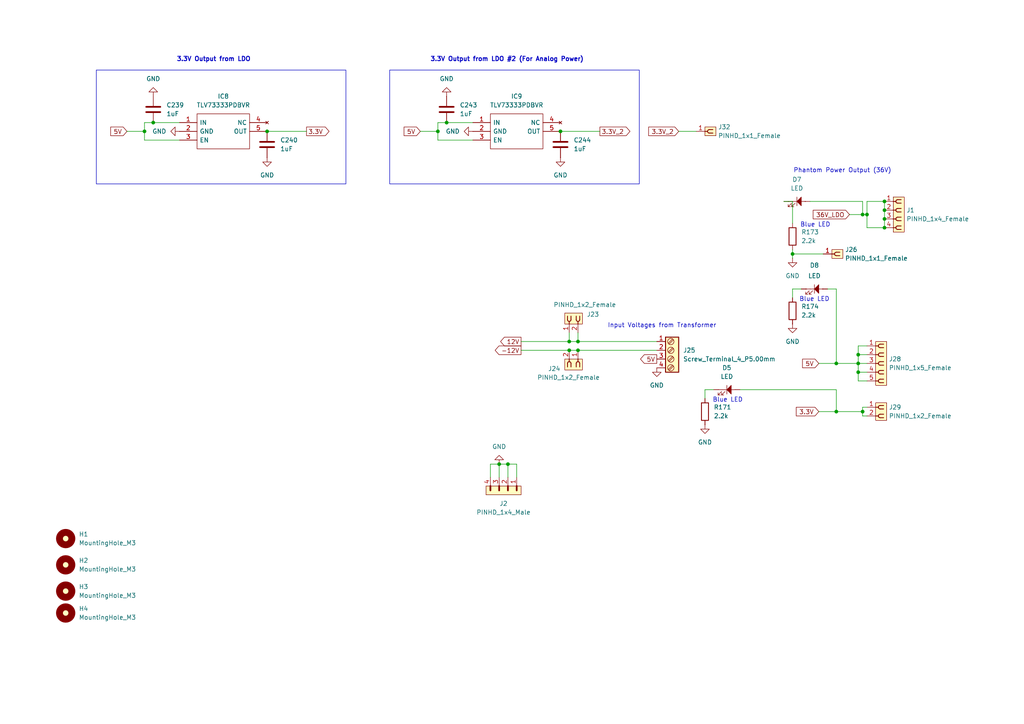
<source format=kicad_sch>
(kicad_sch
	(version 20231120)
	(generator "eeschema")
	(generator_version "8.0")
	(uuid "031ba4da-7723-47ed-b6e0-08502167aed6")
	(paper "A4")
	(title_block
		(company "Michael Meyers")
	)
	(lib_symbols
		(symbol "Device:C"
			(pin_numbers hide)
			(pin_names
				(offset 0.254)
			)
			(exclude_from_sim no)
			(in_bom yes)
			(on_board yes)
			(property "Reference" "C"
				(at 0.635 2.54 0)
				(effects
					(font
						(size 1.27 1.27)
					)
					(justify left)
				)
			)
			(property "Value" "C"
				(at 0.635 -2.54 0)
				(effects
					(font
						(size 1.27 1.27)
					)
					(justify left)
				)
			)
			(property "Footprint" ""
				(at 0.9652 -3.81 0)
				(effects
					(font
						(size 1.27 1.27)
					)
					(hide yes)
				)
			)
			(property "Datasheet" "~"
				(at 0 0 0)
				(effects
					(font
						(size 1.27 1.27)
					)
					(hide yes)
				)
			)
			(property "Description" "Unpolarized capacitor"
				(at 0 0 0)
				(effects
					(font
						(size 1.27 1.27)
					)
					(hide yes)
				)
			)
			(property "ki_keywords" "cap capacitor"
				(at 0 0 0)
				(effects
					(font
						(size 1.27 1.27)
					)
					(hide yes)
				)
			)
			(property "ki_fp_filters" "C_*"
				(at 0 0 0)
				(effects
					(font
						(size 1.27 1.27)
					)
					(hide yes)
				)
			)
			(symbol "C_0_1"
				(polyline
					(pts
						(xy -2.032 -0.762) (xy 2.032 -0.762)
					)
					(stroke
						(width 0.508)
						(type default)
					)
					(fill
						(type none)
					)
				)
				(polyline
					(pts
						(xy -2.032 0.762) (xy 2.032 0.762)
					)
					(stroke
						(width 0.508)
						(type default)
					)
					(fill
						(type none)
					)
				)
			)
			(symbol "C_1_1"
				(pin passive line
					(at 0 3.81 270)
					(length 2.794)
					(name "~"
						(effects
							(font
								(size 1.27 1.27)
							)
						)
					)
					(number "1"
						(effects
							(font
								(size 1.27 1.27)
							)
						)
					)
				)
				(pin passive line
					(at 0 -3.81 90)
					(length 2.794)
					(name "~"
						(effects
							(font
								(size 1.27 1.27)
							)
						)
					)
					(number "2"
						(effects
							(font
								(size 1.27 1.27)
							)
						)
					)
				)
			)
		)
		(symbol "Device:R"
			(pin_numbers hide)
			(pin_names
				(offset 0)
			)
			(exclude_from_sim no)
			(in_bom yes)
			(on_board yes)
			(property "Reference" "R"
				(at 2.032 0 90)
				(effects
					(font
						(size 1.27 1.27)
					)
				)
			)
			(property "Value" "R"
				(at 0 0 90)
				(effects
					(font
						(size 1.27 1.27)
					)
				)
			)
			(property "Footprint" ""
				(at -1.778 0 90)
				(effects
					(font
						(size 1.27 1.27)
					)
					(hide yes)
				)
			)
			(property "Datasheet" "~"
				(at 0 0 0)
				(effects
					(font
						(size 1.27 1.27)
					)
					(hide yes)
				)
			)
			(property "Description" "Resistor"
				(at 0 0 0)
				(effects
					(font
						(size 1.27 1.27)
					)
					(hide yes)
				)
			)
			(property "ki_keywords" "R res resistor"
				(at 0 0 0)
				(effects
					(font
						(size 1.27 1.27)
					)
					(hide yes)
				)
			)
			(property "ki_fp_filters" "R_*"
				(at 0 0 0)
				(effects
					(font
						(size 1.27 1.27)
					)
					(hide yes)
				)
			)
			(symbol "R_0_1"
				(rectangle
					(start -1.016 -2.54)
					(end 1.016 2.54)
					(stroke
						(width 0.254)
						(type default)
					)
					(fill
						(type none)
					)
				)
			)
			(symbol "R_1_1"
				(pin passive line
					(at 0 3.81 270)
					(length 1.27)
					(name "~"
						(effects
							(font
								(size 1.27 1.27)
							)
						)
					)
					(number "1"
						(effects
							(font
								(size 1.27 1.27)
							)
						)
					)
				)
				(pin passive line
					(at 0 -3.81 90)
					(length 1.27)
					(name "~"
						(effects
							(font
								(size 1.27 1.27)
							)
						)
					)
					(number "2"
						(effects
							(font
								(size 1.27 1.27)
							)
						)
					)
				)
			)
		)
		(symbol "PCM_SL_Devices:LED"
			(exclude_from_sim no)
			(in_bom yes)
			(on_board yes)
			(property "Reference" "D"
				(at -0.508 5.334 0)
				(effects
					(font
						(size 1.27 1.27)
					)
				)
			)
			(property "Value" "LED"
				(at -0.508 2.794 0)
				(effects
					(font
						(size 1.27 1.27)
					)
				)
			)
			(property "Footprint" "LED_THT:LED_D5.0mm"
				(at -1.016 -2.794 0)
				(effects
					(font
						(size 1.27 1.27)
					)
					(hide yes)
				)
			)
			(property "Datasheet" ""
				(at -1.27 0 0)
				(effects
					(font
						(size 1.27 1.27)
					)
					(hide yes)
				)
			)
			(property "Description" "Common 5mm diameter LED"
				(at 0 0 0)
				(effects
					(font
						(size 1.27 1.27)
					)
					(hide yes)
				)
			)
			(property "ki_keywords" "LED 5mm"
				(at 0 0 0)
				(effects
					(font
						(size 1.27 1.27)
					)
					(hide yes)
				)
			)
			(property "ki_fp_filters" "LED_D5.0mm_Clear LED_D5.0mm_Horizontal_O1.27mm_Z3.0mm LED_D5.0mm_Horizontal_O3.81mm_Z3.0mm LED_D5.0mm_Horizontal_O6.35mm_Z3.0mm"
				(at 0 0 0)
				(effects
					(font
						(size 1.27 1.27)
					)
					(hide yes)
				)
			)
			(symbol "LED_0_1"
				(polyline
					(pts
						(xy -1.27 0) (xy -2.54 0)
					)
					(stroke
						(width 0)
						(type default)
					)
					(fill
						(type none)
					)
				)
				(polyline
					(pts
						(xy 0 1.27) (xy 0 -1.27)
					)
					(stroke
						(width 0)
						(type default)
					)
					(fill
						(type none)
					)
				)
				(polyline
					(pts
						(xy 0.508 0.508) (xy 1.524 1.524)
					)
					(stroke
						(width 0)
						(type default)
					)
					(fill
						(type none)
					)
				)
				(polyline
					(pts
						(xy 1.27 0) (xy 2.54 0)
					)
					(stroke
						(width 0)
						(type default)
					)
					(fill
						(type none)
					)
				)
				(polyline
					(pts
						(xy 1.524 0.508) (xy 2.54 1.524)
					)
					(stroke
						(width 0)
						(type default)
					)
					(fill
						(type none)
					)
				)
				(polyline
					(pts
						(xy 1.524 1.524) (xy 0.889 1.524)
					)
					(stroke
						(width 0)
						(type default)
					)
					(fill
						(type none)
					)
				)
				(polyline
					(pts
						(xy 1.524 1.524) (xy 1.524 0.889)
					)
					(stroke
						(width 0)
						(type default)
					)
					(fill
						(type none)
					)
				)
				(polyline
					(pts
						(xy 2.54 1.524) (xy 1.905 1.524)
					)
					(stroke
						(width 0)
						(type default)
					)
					(fill
						(type none)
					)
				)
				(polyline
					(pts
						(xy 2.54 1.524) (xy 2.54 0.889)
					)
					(stroke
						(width 0)
						(type default)
					)
					(fill
						(type none)
					)
				)
				(polyline
					(pts
						(xy 0 0) (xy -1.27 -1.27) (xy -1.27 1.27) (xy 0 0) (xy 1.27 0)
					)
					(stroke
						(width 0)
						(type default)
					)
					(fill
						(type outline)
					)
				)
			)
			(symbol "LED_1_1"
				(pin passive line
					(at 3.81 0 180)
					(length 1.5)
					(name "~"
						(effects
							(font
								(size 1.27 1.27)
							)
						)
					)
					(number "1"
						(effects
							(font
								(size 0 0)
							)
						)
					)
				)
				(pin passive line
					(at -3.81 0 0)
					(length 1.5)
					(name ""
						(effects
							(font
								(size 1.27 1.27)
							)
						)
					)
					(number "2"
						(effects
							(font
								(size 0 0)
							)
						)
					)
				)
			)
		)
		(symbol "PCM_SL_Mechanical:MountingHole_M3"
			(exclude_from_sim no)
			(in_bom yes)
			(on_board yes)
			(property "Reference" "H"
				(at 0 7.62 0)
				(effects
					(font
						(size 1.27 1.27)
					)
				)
			)
			(property "Value" "MountingHole_M3"
				(at 0 5.08 0)
				(effects
					(font
						(size 1.27 1.27)
					)
				)
			)
			(property "Footprint" "MountingHole:MountingHole_3.2mm_M3"
				(at 0 -3.81 0)
				(effects
					(font
						(size 1.27 1.27)
					)
					(hide yes)
				)
			)
			(property "Datasheet" ""
				(at 0 0 0)
				(effects
					(font
						(size 1.27 1.27)
					)
					(hide yes)
				)
			)
			(property "Description" "3.2mm Diameter Mounting Hole (M3)"
				(at 0 0 0)
				(effects
					(font
						(size 1.27 1.27)
					)
					(hide yes)
				)
			)
			(property "ki_keywords" "Mounting Hole"
				(at 0 0 0)
				(effects
					(font
						(size 1.27 1.27)
					)
					(hide yes)
				)
			)
			(symbol "MountingHole_M3_0_1"
				(circle
					(center 0 0)
					(radius 1.27)
					(stroke
						(width 0)
						(type default)
					)
					(fill
						(type background)
					)
				)
				(circle
					(center 0 0)
					(radius 1.7961)
					(stroke
						(width 2)
						(type default)
					)
					(fill
						(type none)
					)
				)
			)
		)
		(symbol "PCM_SL_Pin_Headers:PINHD_1x1_Female"
			(exclude_from_sim no)
			(in_bom yes)
			(on_board yes)
			(property "Reference" "J"
				(at 0 6.35 0)
				(effects
					(font
						(size 1.27 1.27)
					)
				)
			)
			(property "Value" "PINHD_1x1_Female"
				(at 0 3.81 0)
				(effects
					(font
						(size 1.27 1.27)
					)
				)
			)
			(property "Footprint" "Connector_PinSocket_2.54mm:PinSocket_1x01_P2.54mm_Vertical"
				(at 2.54 8.89 0)
				(effects
					(font
						(size 1.27 1.27)
					)
					(hide yes)
				)
			)
			(property "Datasheet" ""
				(at 0 6.35 0)
				(effects
					(font
						(size 1.27 1.27)
					)
					(hide yes)
				)
			)
			(property "Description" "Pin Header female with pin space 2.54mm. Pin Count -1"
				(at 0 0 0)
				(effects
					(font
						(size 1.27 1.27)
					)
					(hide yes)
				)
			)
			(property "ki_keywords" "Pin Header"
				(at 0 0 0)
				(effects
					(font
						(size 1.27 1.27)
					)
					(hide yes)
				)
			)
			(property "ki_fp_filters" "PinSocket_1x01_P2.54mm*"
				(at 0 0 0)
				(effects
					(font
						(size 1.27 1.27)
					)
					(hide yes)
				)
			)
			(symbol "PINHD_1x1_Female_0_1"
				(rectangle
					(start -1.27 1.27)
					(end 1.905 -1.27)
					(stroke
						(width 0)
						(type default)
					)
					(fill
						(type background)
					)
				)
				(arc
					(start -0.508 0)
					(mid -0.3592 -0.3592)
					(end 0 -0.508)
					(stroke
						(width 0.25)
						(type default)
					)
					(fill
						(type none)
					)
				)
				(polyline
					(pts
						(xy -1.27 0) (xy -0.508 0)
					)
					(stroke
						(width 0.25)
						(type default)
					)
					(fill
						(type none)
					)
				)
				(polyline
					(pts
						(xy 0 -0.508) (xy 1.016 -0.508)
					)
					(stroke
						(width 0.25)
						(type default)
					)
					(fill
						(type none)
					)
				)
				(polyline
					(pts
						(xy 0 0.508) (xy 1.016 0.508)
					)
					(stroke
						(width 0.25)
						(type default)
					)
					(fill
						(type none)
					)
				)
				(arc
					(start 0 0.508)
					(mid -0.3592 0.3592)
					(end -0.508 0)
					(stroke
						(width 0.25)
						(type default)
					)
					(fill
						(type none)
					)
				)
			)
			(symbol "PINHD_1x1_Female_1_1"
				(pin passive line
					(at -3.81 0 0)
					(length 2.54)
					(name ""
						(effects
							(font
								(size 1.27 1.27)
							)
						)
					)
					(number "1"
						(effects
							(font
								(size 1.27 1.27)
							)
						)
					)
				)
			)
		)
		(symbol "PCM_SL_Pin_Headers:PINHD_1x2_Female"
			(exclude_from_sim no)
			(in_bom yes)
			(on_board yes)
			(property "Reference" "J"
				(at 0 7.62 0)
				(effects
					(font
						(size 1.27 1.27)
					)
				)
			)
			(property "Value" "PINHD_1x2_Female"
				(at 0 5.08 0)
				(effects
					(font
						(size 1.27 1.27)
					)
				)
			)
			(property "Footprint" "Connector_PinSocket_2.54mm:PinSocket_1x02_P2.54mm_Vertical"
				(at 2.54 10.16 0)
				(effects
					(font
						(size 1.27 1.27)
					)
					(hide yes)
				)
			)
			(property "Datasheet" ""
				(at 0 7.62 0)
				(effects
					(font
						(size 1.27 1.27)
					)
					(hide yes)
				)
			)
			(property "Description" "Pin Header female with pin space 2.54mm. Pin Count -2"
				(at 0 0 0)
				(effects
					(font
						(size 1.27 1.27)
					)
					(hide yes)
				)
			)
			(property "ki_keywords" "Pin Header"
				(at 0 0 0)
				(effects
					(font
						(size 1.27 1.27)
					)
					(hide yes)
				)
			)
			(property "ki_fp_filters" "PinSocket_1x02_P2.54mm*"
				(at 0 0 0)
				(effects
					(font
						(size 1.27 1.27)
					)
					(hide yes)
				)
			)
			(symbol "PINHD_1x2_Female_0_1"
				(rectangle
					(start -1.27 2.54)
					(end 1.905 -2.54)
					(stroke
						(width 0)
						(type default)
					)
					(fill
						(type background)
					)
				)
				(arc
					(start -0.508 -1.27)
					(mid -0.3592 -1.6292)
					(end 0 -1.778)
					(stroke
						(width 0.25)
						(type default)
					)
					(fill
						(type none)
					)
				)
				(arc
					(start -0.508 1.27)
					(mid -0.3592 0.9108)
					(end 0 0.762)
					(stroke
						(width 0.25)
						(type default)
					)
					(fill
						(type none)
					)
				)
				(arc
					(start 0 -0.762)
					(mid -0.3592 -0.9108)
					(end -0.508 -1.27)
					(stroke
						(width 0.25)
						(type default)
					)
					(fill
						(type none)
					)
				)
				(polyline
					(pts
						(xy -1.27 -1.27) (xy -0.508 -1.27)
					)
					(stroke
						(width 0.25)
						(type default)
					)
					(fill
						(type none)
					)
				)
				(polyline
					(pts
						(xy -1.27 1.27) (xy -0.508 1.27)
					)
					(stroke
						(width 0.25)
						(type default)
					)
					(fill
						(type none)
					)
				)
				(polyline
					(pts
						(xy 0 -1.778) (xy 1.016 -1.778)
					)
					(stroke
						(width 0.25)
						(type default)
					)
					(fill
						(type none)
					)
				)
				(polyline
					(pts
						(xy 0 -0.762) (xy 1.016 -0.762)
					)
					(stroke
						(width 0.25)
						(type default)
					)
					(fill
						(type none)
					)
				)
				(polyline
					(pts
						(xy 0 0.762) (xy 1.016 0.762)
					)
					(stroke
						(width 0.25)
						(type default)
					)
					(fill
						(type none)
					)
				)
				(polyline
					(pts
						(xy 0 1.778) (xy 1.016 1.778)
					)
					(stroke
						(width 0.25)
						(type default)
					)
					(fill
						(type none)
					)
				)
				(arc
					(start 0 1.778)
					(mid -0.3592 1.6292)
					(end -0.508 1.27)
					(stroke
						(width 0.25)
						(type default)
					)
					(fill
						(type none)
					)
				)
			)
			(symbol "PINHD_1x2_Female_1_1"
				(pin passive line
					(at -3.81 1.27 0)
					(length 2.54)
					(name ""
						(effects
							(font
								(size 1.27 1.27)
							)
						)
					)
					(number "1"
						(effects
							(font
								(size 1.27 1.27)
							)
						)
					)
				)
				(pin passive line
					(at -3.81 -1.27 0)
					(length 2.54)
					(name ""
						(effects
							(font
								(size 1.27 1.27)
							)
						)
					)
					(number "2"
						(effects
							(font
								(size 1.27 1.27)
							)
						)
					)
				)
			)
		)
		(symbol "PCM_SL_Pin_Headers:PINHD_1x4_Female"
			(exclude_from_sim no)
			(in_bom yes)
			(on_board yes)
			(property "Reference" "J"
				(at 0 10.16 0)
				(effects
					(font
						(size 1.27 1.27)
					)
				)
			)
			(property "Value" "PINHD_1x4_Female"
				(at 0 7.62 0)
				(effects
					(font
						(size 1.27 1.27)
					)
				)
			)
			(property "Footprint" "Connector_PinSocket_2.54mm:PinSocket_1x04_P2.54mm_Vertical"
				(at 2.54 12.7 0)
				(effects
					(font
						(size 1.27 1.27)
					)
					(hide yes)
				)
			)
			(property "Datasheet" ""
				(at 0 10.16 0)
				(effects
					(font
						(size 1.27 1.27)
					)
					(hide yes)
				)
			)
			(property "Description" "Pin Header female with pin space 2.54mm. Pin Count -4"
				(at 0 0 0)
				(effects
					(font
						(size 1.27 1.27)
					)
					(hide yes)
				)
			)
			(property "ki_keywords" "Pin Header"
				(at 0 0 0)
				(effects
					(font
						(size 1.27 1.27)
					)
					(hide yes)
				)
			)
			(property "ki_fp_filters" "PinSocket_1x04_P2.54mm*"
				(at 0 0 0)
				(effects
					(font
						(size 1.27 1.27)
					)
					(hide yes)
				)
			)
			(symbol "PINHD_1x4_Female_0_1"
				(rectangle
					(start -1.27 5.08)
					(end 1.905 -5.08)
					(stroke
						(width 0)
						(type default)
					)
					(fill
						(type background)
					)
				)
				(arc
					(start -0.508 -3.81)
					(mid -0.3592 -4.1692)
					(end 0 -4.318)
					(stroke
						(width 0.25)
						(type default)
					)
					(fill
						(type none)
					)
				)
				(arc
					(start -0.508 -1.27)
					(mid -0.3592 -1.6292)
					(end 0 -1.778)
					(stroke
						(width 0.25)
						(type default)
					)
					(fill
						(type none)
					)
				)
				(arc
					(start -0.508 1.27)
					(mid -0.3592 0.9108)
					(end 0 0.762)
					(stroke
						(width 0.25)
						(type default)
					)
					(fill
						(type none)
					)
				)
				(arc
					(start -0.508 3.81)
					(mid -0.3592 3.4508)
					(end 0 3.302)
					(stroke
						(width 0.25)
						(type default)
					)
					(fill
						(type none)
					)
				)
				(arc
					(start 0 -3.302)
					(mid -0.3592 -3.4508)
					(end -0.508 -3.81)
					(stroke
						(width 0.25)
						(type default)
					)
					(fill
						(type none)
					)
				)
				(arc
					(start 0 -0.762)
					(mid -0.3592 -0.9108)
					(end -0.508 -1.27)
					(stroke
						(width 0.25)
						(type default)
					)
					(fill
						(type none)
					)
				)
				(polyline
					(pts
						(xy -1.27 -3.81) (xy -0.508 -3.81)
					)
					(stroke
						(width 0.25)
						(type default)
					)
					(fill
						(type none)
					)
				)
				(polyline
					(pts
						(xy -1.27 -1.27) (xy -0.508 -1.27)
					)
					(stroke
						(width 0.25)
						(type default)
					)
					(fill
						(type none)
					)
				)
				(polyline
					(pts
						(xy -1.27 1.27) (xy -0.508 1.27)
					)
					(stroke
						(width 0.25)
						(type default)
					)
					(fill
						(type none)
					)
				)
				(polyline
					(pts
						(xy -1.27 3.81) (xy -0.508 3.81)
					)
					(stroke
						(width 0.25)
						(type default)
					)
					(fill
						(type none)
					)
				)
				(polyline
					(pts
						(xy 0 -4.318) (xy 1.016 -4.318)
					)
					(stroke
						(width 0.25)
						(type default)
					)
					(fill
						(type none)
					)
				)
				(polyline
					(pts
						(xy 0 -3.302) (xy 1.016 -3.302)
					)
					(stroke
						(width 0.25)
						(type default)
					)
					(fill
						(type none)
					)
				)
				(polyline
					(pts
						(xy 0 -1.778) (xy 1.016 -1.778)
					)
					(stroke
						(width 0.25)
						(type default)
					)
					(fill
						(type none)
					)
				)
				(polyline
					(pts
						(xy 0 -0.762) (xy 1.016 -0.762)
					)
					(stroke
						(width 0.25)
						(type default)
					)
					(fill
						(type none)
					)
				)
				(polyline
					(pts
						(xy 0 0.762) (xy 1.016 0.762)
					)
					(stroke
						(width 0.25)
						(type default)
					)
					(fill
						(type none)
					)
				)
				(polyline
					(pts
						(xy 0 1.778) (xy 1.016 1.778)
					)
					(stroke
						(width 0.25)
						(type default)
					)
					(fill
						(type none)
					)
				)
				(polyline
					(pts
						(xy 0 3.302) (xy 1.016 3.302)
					)
					(stroke
						(width 0.25)
						(type default)
					)
					(fill
						(type none)
					)
				)
				(polyline
					(pts
						(xy 0 4.318) (xy 1.016 4.318)
					)
					(stroke
						(width 0.25)
						(type default)
					)
					(fill
						(type none)
					)
				)
				(arc
					(start 0 1.778)
					(mid -0.3592 1.6292)
					(end -0.508 1.27)
					(stroke
						(width 0.25)
						(type default)
					)
					(fill
						(type none)
					)
				)
				(arc
					(start 0 4.318)
					(mid -0.3592 4.1692)
					(end -0.508 3.81)
					(stroke
						(width 0.25)
						(type default)
					)
					(fill
						(type none)
					)
				)
			)
			(symbol "PINHD_1x4_Female_1_1"
				(pin passive line
					(at -3.81 3.81 0)
					(length 2.54)
					(name ""
						(effects
							(font
								(size 1.27 1.27)
							)
						)
					)
					(number "1"
						(effects
							(font
								(size 1.27 1.27)
							)
						)
					)
				)
				(pin passive line
					(at -3.81 1.27 0)
					(length 2.54)
					(name ""
						(effects
							(font
								(size 1.27 1.27)
							)
						)
					)
					(number "2"
						(effects
							(font
								(size 1.27 1.27)
							)
						)
					)
				)
				(pin passive line
					(at -3.81 -1.27 0)
					(length 2.54)
					(name ""
						(effects
							(font
								(size 1.27 1.27)
							)
						)
					)
					(number "3"
						(effects
							(font
								(size 1.27 1.27)
							)
						)
					)
				)
				(pin passive line
					(at -3.81 -3.81 0)
					(length 2.54)
					(name ""
						(effects
							(font
								(size 1.27 1.27)
							)
						)
					)
					(number "4"
						(effects
							(font
								(size 1.27 1.27)
							)
						)
					)
				)
			)
		)
		(symbol "PCM_SL_Pin_Headers:PINHD_1x4_Male"
			(exclude_from_sim no)
			(in_bom yes)
			(on_board yes)
			(property "Reference" "J"
				(at 0 8.89 0)
				(effects
					(font
						(size 1.27 1.27)
					)
				)
			)
			(property "Value" "PINHD_1x4_Male"
				(at 0 6.35 0)
				(effects
					(font
						(size 1.27 1.27)
					)
				)
			)
			(property "Footprint" "Connector_PinHeader_2.54mm:PinHeader_1x04_P2.54mm_Vertical"
				(at -1.27 11.43 0)
				(effects
					(font
						(size 1.27 1.27)
					)
					(hide yes)
				)
			)
			(property "Datasheet" ""
				(at 0 10.16 0)
				(effects
					(font
						(size 1.27 1.27)
					)
					(hide yes)
				)
			)
			(property "Description" "Pin Header male with pin space 2.54mm. Pin Count -4"
				(at 0 0 0)
				(effects
					(font
						(size 1.27 1.27)
					)
					(hide yes)
				)
			)
			(property "ki_keywords" "Pin Header"
				(at 0 0 0)
				(effects
					(font
						(size 1.27 1.27)
					)
					(hide yes)
				)
			)
			(property "ki_fp_filters" "PinHeader_1x04_P2.54mm*"
				(at 0 0 0)
				(effects
					(font
						(size 1.27 1.27)
					)
					(hide yes)
				)
			)
			(symbol "PINHD_1x4_Male_0_1"
				(rectangle
					(start -1.27 5.08)
					(end 1.27 -5.08)
					(stroke
						(width 0)
						(type default)
					)
					(fill
						(type background)
					)
				)
				(polyline
					(pts
						(xy -1.27 -3.81) (xy 0 -3.81)
					)
					(stroke
						(width 0.3)
						(type default)
					)
					(fill
						(type none)
					)
				)
				(polyline
					(pts
						(xy -1.27 -3.81) (xy 0 -3.81)
					)
					(stroke
						(width 0.5)
						(type default)
					)
					(fill
						(type none)
					)
				)
				(polyline
					(pts
						(xy -1.27 -1.27) (xy 0 -1.27)
					)
					(stroke
						(width 0.3)
						(type default)
					)
					(fill
						(type none)
					)
				)
				(polyline
					(pts
						(xy -1.27 -1.27) (xy 0 -1.27)
					)
					(stroke
						(width 0.5)
						(type default)
					)
					(fill
						(type none)
					)
				)
				(polyline
					(pts
						(xy -1.27 1.27) (xy 0 1.27)
					)
					(stroke
						(width 0.3)
						(type default)
					)
					(fill
						(type none)
					)
				)
				(polyline
					(pts
						(xy -1.27 1.27) (xy 0 1.27)
					)
					(stroke
						(width 0.5)
						(type default)
					)
					(fill
						(type none)
					)
				)
				(polyline
					(pts
						(xy -1.27 3.81) (xy 0 3.81)
					)
					(stroke
						(width 0.3)
						(type default)
					)
					(fill
						(type none)
					)
				)
				(polyline
					(pts
						(xy -1.27 3.81) (xy 0 3.81)
					)
					(stroke
						(width 0.5)
						(type default)
					)
					(fill
						(type none)
					)
				)
			)
			(symbol "PINHD_1x4_Male_1_1"
				(pin passive line
					(at -3.81 3.81 0)
					(length 2.54)
					(name ""
						(effects
							(font
								(size 1.27 1.27)
							)
						)
					)
					(number "1"
						(effects
							(font
								(size 1.27 1.27)
							)
						)
					)
				)
				(pin passive line
					(at -3.81 1.27 0)
					(length 2.54)
					(name ""
						(effects
							(font
								(size 1.27 1.27)
							)
						)
					)
					(number "2"
						(effects
							(font
								(size 1.27 1.27)
							)
						)
					)
				)
				(pin passive line
					(at -3.81 -1.27 0)
					(length 2.54)
					(name ""
						(effects
							(font
								(size 1.27 1.27)
							)
						)
					)
					(number "3"
						(effects
							(font
								(size 1.27 1.27)
							)
						)
					)
				)
				(pin passive line
					(at -3.81 -3.81 0)
					(length 2.54)
					(name ""
						(effects
							(font
								(size 1.27 1.27)
							)
						)
					)
					(number "4"
						(effects
							(font
								(size 1.27 1.27)
							)
						)
					)
				)
			)
		)
		(symbol "PCM_SL_Pin_Headers:PINHD_1x5_Female"
			(exclude_from_sim no)
			(in_bom yes)
			(on_board yes)
			(property "Reference" "J"
				(at 0 11.43 0)
				(effects
					(font
						(size 1.27 1.27)
					)
				)
			)
			(property "Value" "PINHD_1x5_Female"
				(at 0 8.89 0)
				(effects
					(font
						(size 1.27 1.27)
					)
				)
			)
			(property "Footprint" "Connector_PinSocket_2.54mm:PinSocket_1x05_P2.54mm_Vertical"
				(at 2.54 13.97 0)
				(effects
					(font
						(size 1.27 1.27)
					)
					(hide yes)
				)
			)
			(property "Datasheet" ""
				(at 0 11.43 0)
				(effects
					(font
						(size 1.27 1.27)
					)
					(hide yes)
				)
			)
			(property "Description" "Pin Header female with pin space 2.54mm. Pin Count -5"
				(at 0 0 0)
				(effects
					(font
						(size 1.27 1.27)
					)
					(hide yes)
				)
			)
			(property "ki_keywords" "Pin Header"
				(at 0 0 0)
				(effects
					(font
						(size 1.27 1.27)
					)
					(hide yes)
				)
			)
			(property "ki_fp_filters" "PinSocket_1x05_P2.54mm*"
				(at 0 0 0)
				(effects
					(font
						(size 1.27 1.27)
					)
					(hide yes)
				)
			)
			(symbol "PINHD_1x5_Female_0_1"
				(rectangle
					(start -1.27 6.35)
					(end 1.905 -6.35)
					(stroke
						(width 0)
						(type default)
					)
					(fill
						(type background)
					)
				)
				(arc
					(start -0.508 -5.08)
					(mid -0.3592 -5.4392)
					(end 0 -5.588)
					(stroke
						(width 0.25)
						(type default)
					)
					(fill
						(type none)
					)
				)
				(arc
					(start -0.508 -2.54)
					(mid -0.3592 -2.8992)
					(end 0 -3.048)
					(stroke
						(width 0.25)
						(type default)
					)
					(fill
						(type none)
					)
				)
				(arc
					(start -0.508 0)
					(mid -0.3592 -0.3592)
					(end 0 -0.508)
					(stroke
						(width 0.25)
						(type default)
					)
					(fill
						(type none)
					)
				)
				(arc
					(start -0.508 2.54)
					(mid -0.3592 2.1808)
					(end 0 2.032)
					(stroke
						(width 0.25)
						(type default)
					)
					(fill
						(type none)
					)
				)
				(arc
					(start -0.508 5.08)
					(mid -0.3592 4.7208)
					(end 0 4.572)
					(stroke
						(width 0.25)
						(type default)
					)
					(fill
						(type none)
					)
				)
				(arc
					(start 0 -4.572)
					(mid -0.3592 -4.7208)
					(end -0.508 -5.08)
					(stroke
						(width 0.25)
						(type default)
					)
					(fill
						(type none)
					)
				)
				(arc
					(start 0 -2.032)
					(mid -0.3592 -2.1808)
					(end -0.508 -2.54)
					(stroke
						(width 0.25)
						(type default)
					)
					(fill
						(type none)
					)
				)
				(polyline
					(pts
						(xy -1.27 -5.08) (xy -0.508 -5.08)
					)
					(stroke
						(width 0.25)
						(type default)
					)
					(fill
						(type none)
					)
				)
				(polyline
					(pts
						(xy -1.27 -2.54) (xy -0.508 -2.54)
					)
					(stroke
						(width 0.25)
						(type default)
					)
					(fill
						(type none)
					)
				)
				(polyline
					(pts
						(xy -1.27 0) (xy -0.508 0)
					)
					(stroke
						(width 0.25)
						(type default)
					)
					(fill
						(type none)
					)
				)
				(polyline
					(pts
						(xy -1.27 2.54) (xy -0.508 2.54)
					)
					(stroke
						(width 0.25)
						(type default)
					)
					(fill
						(type none)
					)
				)
				(polyline
					(pts
						(xy -1.27 5.08) (xy -0.508 5.08)
					)
					(stroke
						(width 0.25)
						(type default)
					)
					(fill
						(type none)
					)
				)
				(polyline
					(pts
						(xy 0 -5.588) (xy 1.016 -5.588)
					)
					(stroke
						(width 0.25)
						(type default)
					)
					(fill
						(type none)
					)
				)
				(polyline
					(pts
						(xy 0 -4.572) (xy 1.016 -4.572)
					)
					(stroke
						(width 0.25)
						(type default)
					)
					(fill
						(type none)
					)
				)
				(polyline
					(pts
						(xy 0 -3.048) (xy 1.016 -3.048)
					)
					(stroke
						(width 0.25)
						(type default)
					)
					(fill
						(type none)
					)
				)
				(polyline
					(pts
						(xy 0 -2.032) (xy 1.016 -2.032)
					)
					(stroke
						(width 0.25)
						(type default)
					)
					(fill
						(type none)
					)
				)
				(polyline
					(pts
						(xy 0 -0.508) (xy 1.016 -0.508)
					)
					(stroke
						(width 0.25)
						(type default)
					)
					(fill
						(type none)
					)
				)
				(polyline
					(pts
						(xy 0 0.508) (xy 1.016 0.508)
					)
					(stroke
						(width 0.25)
						(type default)
					)
					(fill
						(type none)
					)
				)
				(polyline
					(pts
						(xy 0 2.032) (xy 1.016 2.032)
					)
					(stroke
						(width 0.25)
						(type default)
					)
					(fill
						(type none)
					)
				)
				(polyline
					(pts
						(xy 0 3.048) (xy 1.016 3.048)
					)
					(stroke
						(width 0.25)
						(type default)
					)
					(fill
						(type none)
					)
				)
				(polyline
					(pts
						(xy 0 4.572) (xy 1.016 4.572)
					)
					(stroke
						(width 0.25)
						(type default)
					)
					(fill
						(type none)
					)
				)
				(polyline
					(pts
						(xy 0 5.588) (xy 1.016 5.588)
					)
					(stroke
						(width 0.25)
						(type default)
					)
					(fill
						(type none)
					)
				)
				(arc
					(start 0 0.508)
					(mid -0.3592 0.3592)
					(end -0.508 0)
					(stroke
						(width 0.25)
						(type default)
					)
					(fill
						(type none)
					)
				)
				(arc
					(start 0 3.048)
					(mid -0.3592 2.8992)
					(end -0.508 2.54)
					(stroke
						(width 0.25)
						(type default)
					)
					(fill
						(type none)
					)
				)
				(arc
					(start 0 5.588)
					(mid -0.3592 5.4392)
					(end -0.508 5.08)
					(stroke
						(width 0.25)
						(type default)
					)
					(fill
						(type none)
					)
				)
			)
			(symbol "PINHD_1x5_Female_1_1"
				(pin passive line
					(at -3.81 5.08 0)
					(length 2.54)
					(name ""
						(effects
							(font
								(size 1.27 1.27)
							)
						)
					)
					(number "1"
						(effects
							(font
								(size 1.27 1.27)
							)
						)
					)
				)
				(pin passive line
					(at -3.81 2.54 0)
					(length 2.54)
					(name ""
						(effects
							(font
								(size 1.27 1.27)
							)
						)
					)
					(number "2"
						(effects
							(font
								(size 1.27 1.27)
							)
						)
					)
				)
				(pin passive line
					(at -3.81 0 0)
					(length 2.54)
					(name ""
						(effects
							(font
								(size 1.27 1.27)
							)
						)
					)
					(number "3"
						(effects
							(font
								(size 1.27 1.27)
							)
						)
					)
				)
				(pin passive line
					(at -3.81 -2.54 0)
					(length 2.54)
					(name ""
						(effects
							(font
								(size 1.27 1.27)
							)
						)
					)
					(number "4"
						(effects
							(font
								(size 1.27 1.27)
							)
						)
					)
				)
				(pin passive line
					(at -3.81 -5.08 0)
					(length 2.54)
					(name ""
						(effects
							(font
								(size 1.27 1.27)
							)
						)
					)
					(number "5"
						(effects
							(font
								(size 1.27 1.27)
							)
						)
					)
				)
			)
		)
		(symbol "PCM_SL_Screw_Terminal:Screw_Terminal_4_P5.00mm"
			(exclude_from_sim no)
			(in_bom yes)
			(on_board yes)
			(property "Reference" "J"
				(at 0 6.35 0)
				(effects
					(font
						(size 1.27 1.27)
					)
				)
			)
			(property "Value" "Screw_Terminal_4_P5.00mm"
				(at 1.27 -6.35 0)
				(effects
					(font
						(size 1.27 1.27)
					)
				)
			)
			(property "Footprint" "TerminalBlock_Phoenix:TerminalBlock_Phoenix_PT-1,5-4-5.0-H_1x04_P5.00mm_Horizontal"
				(at 0 -8.89 0)
				(effects
					(font
						(size 1.27 1.27)
					)
					(hide yes)
				)
			)
			(property "Datasheet" ""
				(at 0 2.54 0)
				(effects
					(font
						(size 1.27 1.27)
					)
					(hide yes)
				)
			)
			(property "Description" ""
				(at 0 0 0)
				(effects
					(font
						(size 1.27 1.27)
					)
					(hide yes)
				)
			)
			(symbol "Screw_Terminal_4_P5.00mm_0_1"
				(rectangle
					(start -1.27 5.08)
					(end 2.54 -5.08)
					(stroke
						(width 0.3)
						(type default)
					)
					(fill
						(type background)
					)
				)
				(polyline
					(pts
						(xy -0.254 -4.572) (xy 1.016 -3.302)
					)
					(stroke
						(width 0)
						(type default)
					)
					(fill
						(type none)
					)
				)
				(polyline
					(pts
						(xy -0.254 -2.032) (xy 1.016 -0.762)
					)
					(stroke
						(width 0)
						(type default)
					)
					(fill
						(type none)
					)
				)
				(polyline
					(pts
						(xy -0.254 0.508) (xy 1.016 1.778)
					)
					(stroke
						(width 0)
						(type default)
					)
					(fill
						(type none)
					)
				)
				(polyline
					(pts
						(xy -0.254 3.048) (xy 1.016 4.318)
					)
					(stroke
						(width 0)
						(type default)
					)
					(fill
						(type none)
					)
				)
				(polyline
					(pts
						(xy 0 -3.81) (xy -0.508 -4.318) (xy 0.762 -3.048)
					)
					(stroke
						(width 0)
						(type default)
					)
					(fill
						(type none)
					)
				)
				(polyline
					(pts
						(xy 0 -1.27) (xy -0.508 -1.778) (xy 0.762 -0.508)
					)
					(stroke
						(width 0)
						(type default)
					)
					(fill
						(type none)
					)
				)
				(polyline
					(pts
						(xy 0 1.27) (xy -0.508 0.762) (xy 0.762 2.032)
					)
					(stroke
						(width 0)
						(type default)
					)
					(fill
						(type none)
					)
				)
				(polyline
					(pts
						(xy 0 3.81) (xy -0.508 3.302) (xy 0.762 4.572)
					)
					(stroke
						(width 0)
						(type default)
					)
					(fill
						(type none)
					)
				)
				(circle
					(center 0.254 -3.81)
					(radius 0.9158)
					(stroke
						(width 0)
						(type default)
					)
					(fill
						(type none)
					)
				)
				(circle
					(center 0.254 -1.27)
					(radius 0.9158)
					(stroke
						(width 0)
						(type default)
					)
					(fill
						(type none)
					)
				)
				(circle
					(center 0.254 1.27)
					(radius 0.9158)
					(stroke
						(width 0)
						(type default)
					)
					(fill
						(type none)
					)
				)
				(circle
					(center 0.254 3.81)
					(radius 0.9158)
					(stroke
						(width 0)
						(type default)
					)
					(fill
						(type none)
					)
				)
			)
			(symbol "Screw_Terminal_4_P5.00mm_1_1"
				(pin passive line
					(at -3.81 3.81 0)
					(length 2.54)
					(name ""
						(effects
							(font
								(size 1.27 1.27)
							)
						)
					)
					(number "1"
						(effects
							(font
								(size 1.27 1.27)
							)
						)
					)
				)
				(pin passive line
					(at -3.81 1.27 0)
					(length 2.54)
					(name ""
						(effects
							(font
								(size 1.27 1.27)
							)
						)
					)
					(number "2"
						(effects
							(font
								(size 1.27 1.27)
							)
						)
					)
				)
				(pin passive line
					(at -3.81 -1.27 0)
					(length 2.54)
					(name ""
						(effects
							(font
								(size 1.27 1.27)
							)
						)
					)
					(number "3"
						(effects
							(font
								(size 1.27 1.27)
							)
						)
					)
				)
				(pin passive line
					(at -3.81 -3.81 0)
					(length 2.54)
					(name ""
						(effects
							(font
								(size 1.27 1.27)
							)
						)
					)
					(number "4"
						(effects
							(font
								(size 1.27 1.27)
							)
						)
					)
				)
			)
		)
		(symbol "SamacSys_Parts:TLV73333PDBVR"
			(pin_names
				(offset 0.762)
			)
			(exclude_from_sim no)
			(in_bom yes)
			(on_board yes)
			(property "Reference" "IC"
				(at 21.59 7.62 0)
				(effects
					(font
						(size 1.27 1.27)
					)
					(justify left)
				)
			)
			(property "Value" "TLV73333PDBVR"
				(at 21.59 5.08 0)
				(effects
					(font
						(size 1.27 1.27)
					)
					(justify left)
				)
			)
			(property "Footprint" "SOT95P280X145-5N"
				(at 21.59 2.54 0)
				(effects
					(font
						(size 1.27 1.27)
					)
					(justify left)
					(hide yes)
				)
			)
			(property "Datasheet" "http://www.ti.com/lit/gpn/tlv733p"
				(at 21.59 0 0)
				(effects
					(font
						(size 1.27 1.27)
					)
					(justify left)
					(hide yes)
				)
			)
			(property "Description" "Capacitor-free 300-mA low-dropout (LDO) regulator with foldback current limit for portable devices"
				(at 0 0 0)
				(effects
					(font
						(size 1.27 1.27)
					)
					(hide yes)
				)
			)
			(property "Description_1" "Capacitor-free 300-mA low-dropout (LDO) regulator with foldback current limit for portable devices"
				(at 21.59 -2.54 0)
				(effects
					(font
						(size 1.27 1.27)
					)
					(justify left)
					(hide yes)
				)
			)
			(property "Height" "1.45"
				(at 21.59 -5.08 0)
				(effects
					(font
						(size 1.27 1.27)
					)
					(justify left)
					(hide yes)
				)
			)
			(property "Manufacturer_Name" "Texas Instruments"
				(at 21.59 -7.62 0)
				(effects
					(font
						(size 1.27 1.27)
					)
					(justify left)
					(hide yes)
				)
			)
			(property "Manufacturer_Part_Number" "TLV73333PDBVR"
				(at 21.59 -10.16 0)
				(effects
					(font
						(size 1.27 1.27)
					)
					(justify left)
					(hide yes)
				)
			)
			(property "Mouser Part Number" "595-TLV73333PDBVR"
				(at 21.59 -12.7 0)
				(effects
					(font
						(size 1.27 1.27)
					)
					(justify left)
					(hide yes)
				)
			)
			(property "Mouser Price/Stock" "https://www.mouser.co.uk/ProductDetail/Texas-Instruments/TLV73333PDBVR?qs=ifm8N2KdrcbBdt%252B3Md%252BMzA%3D%3D"
				(at 21.59 -15.24 0)
				(effects
					(font
						(size 1.27 1.27)
					)
					(justify left)
					(hide yes)
				)
			)
			(property "Arrow Part Number" "TLV73333PDBVR"
				(at 21.59 -17.78 0)
				(effects
					(font
						(size 1.27 1.27)
					)
					(justify left)
					(hide yes)
				)
			)
			(property "Arrow Price/Stock" "https://www.arrow.com/en/products/tlv73333pdbvr/texas-instruments?region=nac"
				(at 21.59 -20.32 0)
				(effects
					(font
						(size 1.27 1.27)
					)
					(justify left)
					(hide yes)
				)
			)
			(symbol "TLV73333PDBVR_0_0"
				(pin passive line
					(at 0 0 0)
					(length 5.08)
					(name "IN"
						(effects
							(font
								(size 1.27 1.27)
							)
						)
					)
					(number "1"
						(effects
							(font
								(size 1.27 1.27)
							)
						)
					)
				)
				(pin passive line
					(at 0 -2.54 0)
					(length 5.08)
					(name "GND"
						(effects
							(font
								(size 1.27 1.27)
							)
						)
					)
					(number "2"
						(effects
							(font
								(size 1.27 1.27)
							)
						)
					)
				)
				(pin passive line
					(at 0 -5.08 0)
					(length 5.08)
					(name "EN"
						(effects
							(font
								(size 1.27 1.27)
							)
						)
					)
					(number "3"
						(effects
							(font
								(size 1.27 1.27)
							)
						)
					)
				)
				(pin no_connect line
					(at 25.4 0 180)
					(length 5.08)
					(name "NC"
						(effects
							(font
								(size 1.27 1.27)
							)
						)
					)
					(number "4"
						(effects
							(font
								(size 1.27 1.27)
							)
						)
					)
				)
				(pin passive line
					(at 25.4 -2.54 180)
					(length 5.08)
					(name "OUT"
						(effects
							(font
								(size 1.27 1.27)
							)
						)
					)
					(number "5"
						(effects
							(font
								(size 1.27 1.27)
							)
						)
					)
				)
			)
			(symbol "TLV73333PDBVR_0_1"
				(polyline
					(pts
						(xy 5.08 2.54) (xy 20.32 2.54) (xy 20.32 -7.62) (xy 5.08 -7.62) (xy 5.08 2.54)
					)
					(stroke
						(width 0.1524)
						(type solid)
					)
					(fill
						(type none)
					)
				)
			)
		)
		(symbol "power:GND"
			(power)
			(pin_numbers hide)
			(pin_names
				(offset 0) hide)
			(exclude_from_sim no)
			(in_bom yes)
			(on_board yes)
			(property "Reference" "#PWR"
				(at 0 -6.35 0)
				(effects
					(font
						(size 1.27 1.27)
					)
					(hide yes)
				)
			)
			(property "Value" "GND"
				(at 0 -3.81 0)
				(effects
					(font
						(size 1.27 1.27)
					)
				)
			)
			(property "Footprint" ""
				(at 0 0 0)
				(effects
					(font
						(size 1.27 1.27)
					)
					(hide yes)
				)
			)
			(property "Datasheet" ""
				(at 0 0 0)
				(effects
					(font
						(size 1.27 1.27)
					)
					(hide yes)
				)
			)
			(property "Description" "Power symbol creates a global label with name \"GND\" , ground"
				(at 0 0 0)
				(effects
					(font
						(size 1.27 1.27)
					)
					(hide yes)
				)
			)
			(property "ki_keywords" "global power"
				(at 0 0 0)
				(effects
					(font
						(size 1.27 1.27)
					)
					(hide yes)
				)
			)
			(symbol "GND_0_1"
				(polyline
					(pts
						(xy 0 0) (xy 0 -1.27) (xy 1.27 -1.27) (xy 0 -2.54) (xy -1.27 -1.27) (xy 0 -1.27)
					)
					(stroke
						(width 0)
						(type default)
					)
					(fill
						(type none)
					)
				)
			)
			(symbol "GND_1_1"
				(pin power_in line
					(at 0 0 270)
					(length 0)
					(name "~"
						(effects
							(font
								(size 1.27 1.27)
							)
						)
					)
					(number "1"
						(effects
							(font
								(size 1.27 1.27)
							)
						)
					)
				)
			)
		)
	)
	(junction
		(at 165.1 99.06)
		(diameter 0)
		(color 0 0 0 0)
		(uuid "00222fe7-82a5-430e-b12a-bb560419c8a7")
	)
	(junction
		(at 250.19 119.38)
		(diameter 0)
		(color 0 0 0 0)
		(uuid "14f08177-f6e6-4457-975d-705d312ad040")
	)
	(junction
		(at 44.45 35.56)
		(diameter 0)
		(color 0 0 0 0)
		(uuid "172d3a93-f8bd-43bb-be4c-a080f0705c6e")
	)
	(junction
		(at 229.87 73.66)
		(diameter 0)
		(color 0 0 0 0)
		(uuid "19dacf2e-2491-4fe8-a880-43986b29ddc0")
	)
	(junction
		(at 162.56 38.1)
		(diameter 0)
		(color 0 0 0 0)
		(uuid "27fbe50e-84e4-43d8-994f-63ba7fdac9f7")
	)
	(junction
		(at 251.46 62.23)
		(diameter 0)
		(color 0 0 0 0)
		(uuid "2d4382c0-03f6-4bc8-a17b-42bb52944d16")
	)
	(junction
		(at 256.54 63.5)
		(diameter 0)
		(color 0 0 0 0)
		(uuid "4414f1a9-ed40-4b16-ace2-de1c21d2cff4")
	)
	(junction
		(at 144.78 134.62)
		(diameter 0)
		(color 0 0 0 0)
		(uuid "52fdc857-4dfa-4f8a-83c8-3018ef545081")
	)
	(junction
		(at 167.64 101.6)
		(diameter 0)
		(color 0 0 0 0)
		(uuid "5bf1116f-6c8c-43b0-a518-532d792d075a")
	)
	(junction
		(at 256.54 58.42)
		(diameter 0)
		(color 0 0 0 0)
		(uuid "64e1ded5-415f-449e-83d6-8d92ee1d0c28")
	)
	(junction
		(at 127 38.1)
		(diameter 0)
		(color 0 0 0 0)
		(uuid "6722c523-c2f1-4cd0-8df0-9e5e7b16aff0")
	)
	(junction
		(at 248.92 107.95)
		(diameter 0)
		(color 0 0 0 0)
		(uuid "7ad1b48c-67bf-4ee2-81e2-48667ab1ed22")
	)
	(junction
		(at 248.92 102.87)
		(diameter 0)
		(color 0 0 0 0)
		(uuid "911ece7c-5067-4bd2-80d3-1c20e8fa6b2a")
	)
	(junction
		(at 250.19 62.23)
		(diameter 0)
		(color 0 0 0 0)
		(uuid "94943e18-510a-4549-9283-0c609054103a")
	)
	(junction
		(at 165.1 101.6)
		(diameter 0)
		(color 0 0 0 0)
		(uuid "9807ec46-0550-41c7-b901-660c74ee8d8a")
	)
	(junction
		(at 147.32 134.62)
		(diameter 0)
		(color 0 0 0 0)
		(uuid "abf74dc4-7da9-4bc5-9908-27824f2b1b07")
	)
	(junction
		(at 256.54 60.96)
		(diameter 0)
		(color 0 0 0 0)
		(uuid "b4f63e9b-7bb7-4708-b192-45cb8f3b3b3a")
	)
	(junction
		(at 77.47 38.1)
		(diameter 0)
		(color 0 0 0 0)
		(uuid "bdfc31d3-1732-4899-b25a-ad04d8f02b8b")
	)
	(junction
		(at 256.54 66.04)
		(diameter 0)
		(color 0 0 0 0)
		(uuid "c2a7f557-1e06-4df9-93c3-9b6d18a66ea7")
	)
	(junction
		(at 167.64 99.06)
		(diameter 0)
		(color 0 0 0 0)
		(uuid "cd8c121b-f474-481c-ae3f-e52f7e8fe8ef")
	)
	(junction
		(at 41.91 38.1)
		(diameter 0)
		(color 0 0 0 0)
		(uuid "d1b06f87-5dfe-4a6e-8614-1c38902384e8")
	)
	(junction
		(at 129.54 35.56)
		(diameter 0)
		(color 0 0 0 0)
		(uuid "f03b98cb-d905-478d-92e9-8d29791f28b2")
	)
	(junction
		(at 242.57 105.41)
		(diameter 0)
		(color 0 0 0 0)
		(uuid "f3e22ecc-e06f-4ffa-8395-cab4509f8311")
	)
	(junction
		(at 242.57 119.38)
		(diameter 0)
		(color 0 0 0 0)
		(uuid "fa6a6331-9d46-487b-9968-02500ff715d1")
	)
	(junction
		(at 248.92 105.41)
		(diameter 0)
		(color 0 0 0 0)
		(uuid "fc9ad9b1-28fe-4d37-908f-eea78c1b6bec")
	)
	(wire
		(pts
			(xy 242.57 113.03) (xy 242.57 119.38)
		)
		(stroke
			(width 0)
			(type default)
		)
		(uuid "0289fc0a-bb18-4111-b3cb-63c123212d06")
	)
	(wire
		(pts
			(xy 229.87 73.66) (xy 229.87 72.39)
		)
		(stroke
			(width 0)
			(type default)
		)
		(uuid "0aab2a9a-5b17-4855-9e3b-83e35d73f08c")
	)
	(wire
		(pts
			(xy 248.92 102.87) (xy 248.92 100.33)
		)
		(stroke
			(width 0)
			(type default)
		)
		(uuid "0c9a4e44-d349-444b-b281-48e72e06fce1")
	)
	(wire
		(pts
			(xy 240.03 83.82) (xy 242.57 83.82)
		)
		(stroke
			(width 0)
			(type default)
		)
		(uuid "1178a376-615d-4cb0-b131-204865dfcacf")
	)
	(wire
		(pts
			(xy 251.46 62.23) (xy 251.46 66.04)
		)
		(stroke
			(width 0)
			(type default)
		)
		(uuid "139d9ee3-4055-486f-9153-96536a62c0eb")
	)
	(wire
		(pts
			(xy 242.57 83.82) (xy 242.57 105.41)
		)
		(stroke
			(width 0)
			(type default)
		)
		(uuid "174d5464-f8c2-4dcf-98b3-816eebd1938b")
	)
	(wire
		(pts
			(xy 251.46 107.95) (xy 248.92 107.95)
		)
		(stroke
			(width 0)
			(type default)
		)
		(uuid "1f17ae21-9c43-4f7f-87f1-b1d1fd9fca03")
	)
	(wire
		(pts
			(xy 229.87 83.82) (xy 229.87 86.36)
		)
		(stroke
			(width 0)
			(type default)
		)
		(uuid "25c3949d-fd62-404f-8f09-276689f05abc")
	)
	(wire
		(pts
			(xy 204.47 113.03) (xy 204.47 115.57)
		)
		(stroke
			(width 0)
			(type default)
		)
		(uuid "280d3fc5-2947-43a7-a0e3-6ac037fe0ac1")
	)
	(wire
		(pts
			(xy 52.07 40.64) (xy 41.91 40.64)
		)
		(stroke
			(width 0)
			(type default)
		)
		(uuid "288c7311-57a4-407b-a599-09fb0d24bc3c")
	)
	(wire
		(pts
			(xy 121.92 38.1) (xy 127 38.1)
		)
		(stroke
			(width 0)
			(type default)
		)
		(uuid "29166ae5-df3e-4efc-8d17-803e77a6ab2f")
	)
	(wire
		(pts
			(xy 41.91 38.1) (xy 41.91 35.56)
		)
		(stroke
			(width 0)
			(type default)
		)
		(uuid "2c97603a-0d37-4e8b-9187-e0c11ffa9122")
	)
	(wire
		(pts
			(xy 137.16 40.64) (xy 127 40.64)
		)
		(stroke
			(width 0)
			(type default)
		)
		(uuid "2cf79ec1-4994-478f-b9da-97b2b0f22b6b")
	)
	(wire
		(pts
			(xy 251.46 66.04) (xy 256.54 66.04)
		)
		(stroke
			(width 0)
			(type default)
		)
		(uuid "2d73aa2e-fded-40bd-9a72-60d80526a2b0")
	)
	(wire
		(pts
			(xy 242.57 105.41) (xy 248.92 105.41)
		)
		(stroke
			(width 0)
			(type default)
		)
		(uuid "33fbbb2e-4f93-4161-a3b6-43fd2877f6da")
	)
	(wire
		(pts
			(xy 256.54 63.5) (xy 256.54 66.04)
		)
		(stroke
			(width 0)
			(type default)
		)
		(uuid "36b4d789-9273-4454-b67d-101b4eb26560")
	)
	(wire
		(pts
			(xy 250.19 119.38) (xy 250.19 118.11)
		)
		(stroke
			(width 0)
			(type default)
		)
		(uuid "4037fdca-5ce6-4492-9ca9-9ad0c8005c89")
	)
	(wire
		(pts
			(xy 256.54 58.42) (xy 256.54 60.96)
		)
		(stroke
			(width 0)
			(type default)
		)
		(uuid "434040aa-6c2c-45ff-88fc-6ba410929c3c")
	)
	(wire
		(pts
			(xy 144.78 134.62) (xy 144.78 138.43)
		)
		(stroke
			(width 0)
			(type default)
		)
		(uuid "43475c3b-2ebf-4686-8e5d-66661034aceb")
	)
	(wire
		(pts
			(xy 165.1 101.6) (xy 167.64 101.6)
		)
		(stroke
			(width 0)
			(type default)
		)
		(uuid "43ad5fc4-b8f3-4caa-889d-cb4503cbb2ce")
	)
	(wire
		(pts
			(xy 227.33 58.42) (xy 229.87 58.42)
		)
		(stroke
			(width 0)
			(type default)
		)
		(uuid "4d95e6eb-2f39-4bb3-8f2a-cae77465e434")
	)
	(wire
		(pts
			(xy 36.83 38.1) (xy 41.91 38.1)
		)
		(stroke
			(width 0)
			(type default)
		)
		(uuid "4e50b446-c739-4492-bcc2-6ba3fafc4275")
	)
	(wire
		(pts
			(xy 229.87 58.42) (xy 229.87 64.77)
		)
		(stroke
			(width 0)
			(type default)
		)
		(uuid "4f008a3e-c060-4ab0-be39-9c15cc212be0")
	)
	(wire
		(pts
			(xy 44.45 35.56) (xy 52.07 35.56)
		)
		(stroke
			(width 0)
			(type default)
		)
		(uuid "54ea3544-83cc-4954-9deb-d2919934c4a8")
	)
	(wire
		(pts
			(xy 251.46 110.49) (xy 248.92 110.49)
		)
		(stroke
			(width 0)
			(type default)
		)
		(uuid "5eb51151-c3ef-49d4-bf11-3741a30c8908")
	)
	(wire
		(pts
			(xy 250.19 58.42) (xy 250.19 62.23)
		)
		(stroke
			(width 0)
			(type default)
		)
		(uuid "5f538a49-e1e3-4b2c-81a2-946fc5c0c528")
	)
	(wire
		(pts
			(xy 149.86 134.62) (xy 149.86 138.43)
		)
		(stroke
			(width 0)
			(type default)
		)
		(uuid "5fb63788-d7f7-4c8d-93af-c00285f9e9fa")
	)
	(wire
		(pts
			(xy 77.47 38.1) (xy 88.9 38.1)
		)
		(stroke
			(width 0)
			(type default)
		)
		(uuid "601d9704-cad5-43bc-97f9-f2943bfc9163")
	)
	(wire
		(pts
			(xy 167.64 99.06) (xy 190.5 99.06)
		)
		(stroke
			(width 0)
			(type default)
		)
		(uuid "63fa76a2-1eeb-4150-bec5-8dc8cd42fff0")
	)
	(wire
		(pts
			(xy 127 35.56) (xy 129.54 35.56)
		)
		(stroke
			(width 0)
			(type default)
		)
		(uuid "681f8c0f-bdbf-412e-ac5b-3757d1ce1a28")
	)
	(wire
		(pts
			(xy 127 40.64) (xy 127 38.1)
		)
		(stroke
			(width 0)
			(type default)
		)
		(uuid "710eaf87-52bb-41d5-b10e-a0a101b97ebe")
	)
	(wire
		(pts
			(xy 142.24 134.62) (xy 144.78 134.62)
		)
		(stroke
			(width 0)
			(type default)
		)
		(uuid "75166006-38e6-40a2-a2f4-d59484d539ae")
	)
	(wire
		(pts
			(xy 248.92 105.41) (xy 251.46 105.41)
		)
		(stroke
			(width 0)
			(type default)
		)
		(uuid "7c82cc37-4b3a-4db2-b349-ae1dd55957f0")
	)
	(wire
		(pts
			(xy 251.46 120.65) (xy 250.19 120.65)
		)
		(stroke
			(width 0)
			(type default)
		)
		(uuid "7d15b607-66f6-4831-8e0f-d60d048fd687")
	)
	(wire
		(pts
			(xy 250.19 118.11) (xy 251.46 118.11)
		)
		(stroke
			(width 0)
			(type default)
		)
		(uuid "80d55c85-5b67-4fe1-81a5-8e949881ed6d")
	)
	(wire
		(pts
			(xy 250.19 62.23) (xy 251.46 62.23)
		)
		(stroke
			(width 0)
			(type default)
		)
		(uuid "8422da65-5c1d-4a96-b9de-928079dde67a")
	)
	(wire
		(pts
			(xy 144.78 134.62) (xy 147.32 134.62)
		)
		(stroke
			(width 0)
			(type default)
		)
		(uuid "87b080b3-5052-4f75-9ee9-48b8987e7759")
	)
	(wire
		(pts
			(xy 248.92 105.41) (xy 248.92 102.87)
		)
		(stroke
			(width 0)
			(type default)
		)
		(uuid "8980388c-707c-42f9-a960-4398fba13b1b")
	)
	(wire
		(pts
			(xy 229.87 74.93) (xy 229.87 73.66)
		)
		(stroke
			(width 0)
			(type default)
		)
		(uuid "8a4f5fa4-7937-4a55-bfce-3379af8bd8f3")
	)
	(wire
		(pts
			(xy 256.54 60.96) (xy 256.54 63.5)
		)
		(stroke
			(width 0)
			(type default)
		)
		(uuid "8bd04dfd-46ab-4837-a571-9cfe49a011e8")
	)
	(wire
		(pts
			(xy 248.92 110.49) (xy 248.92 107.95)
		)
		(stroke
			(width 0)
			(type default)
		)
		(uuid "8c878d3a-af36-4b9f-abb9-a26621bae154")
	)
	(wire
		(pts
			(xy 248.92 100.33) (xy 251.46 100.33)
		)
		(stroke
			(width 0)
			(type default)
		)
		(uuid "8dd8639c-4209-4900-bbe3-b1df6c84f234")
	)
	(wire
		(pts
			(xy 229.87 73.66) (xy 238.76 73.66)
		)
		(stroke
			(width 0)
			(type default)
		)
		(uuid "8e8dc724-bece-4db0-aa35-39827c8f9d9e")
	)
	(wire
		(pts
			(xy 251.46 58.42) (xy 251.46 62.23)
		)
		(stroke
			(width 0)
			(type default)
		)
		(uuid "9011024c-06a9-4039-9299-faacc59bbc26")
	)
	(wire
		(pts
			(xy 250.19 120.65) (xy 250.19 119.38)
		)
		(stroke
			(width 0)
			(type default)
		)
		(uuid "93eeb2d0-1ff1-4805-b36e-3bdbf48714e6")
	)
	(wire
		(pts
			(xy 248.92 107.95) (xy 248.92 105.41)
		)
		(stroke
			(width 0)
			(type default)
		)
		(uuid "9554cfe4-af80-4732-a93e-66d5941d76cf")
	)
	(wire
		(pts
			(xy 167.64 101.6) (xy 190.5 101.6)
		)
		(stroke
			(width 0)
			(type default)
		)
		(uuid "9cb54b89-e137-40b6-81ac-92623222be9b")
	)
	(wire
		(pts
			(xy 248.92 102.87) (xy 251.46 102.87)
		)
		(stroke
			(width 0)
			(type default)
		)
		(uuid "9db57867-9264-43ab-9a47-67996ddd27e7")
	)
	(wire
		(pts
			(xy 41.91 40.64) (xy 41.91 38.1)
		)
		(stroke
			(width 0)
			(type default)
		)
		(uuid "a026d10f-946f-4049-b2bd-aa6288f08531")
	)
	(wire
		(pts
			(xy 41.91 35.56) (xy 44.45 35.56)
		)
		(stroke
			(width 0)
			(type default)
		)
		(uuid "aece52c8-20d8-435d-8032-a6f7343a5451")
	)
	(wire
		(pts
			(xy 214.63 113.03) (xy 242.57 113.03)
		)
		(stroke
			(width 0)
			(type default)
		)
		(uuid "b20532b0-27ed-47fe-b5a5-c483c03d16cb")
	)
	(wire
		(pts
			(xy 147.32 138.43) (xy 147.32 134.62)
		)
		(stroke
			(width 0)
			(type default)
		)
		(uuid "b46d897a-117e-481d-bad7-1e0ad941ad74")
	)
	(wire
		(pts
			(xy 237.49 119.38) (xy 242.57 119.38)
		)
		(stroke
			(width 0)
			(type default)
		)
		(uuid "b8d81a75-2b28-41cc-8550-859ae9f34e4f")
	)
	(wire
		(pts
			(xy 165.1 99.06) (xy 167.64 99.06)
		)
		(stroke
			(width 0)
			(type default)
		)
		(uuid "bc024efd-f036-4b4e-a5dc-5c5006c67324")
	)
	(wire
		(pts
			(xy 129.54 35.56) (xy 137.16 35.56)
		)
		(stroke
			(width 0)
			(type default)
		)
		(uuid "bf432b30-4ea8-4718-be00-7e71b4e45954")
	)
	(wire
		(pts
			(xy 232.41 83.82) (xy 229.87 83.82)
		)
		(stroke
			(width 0)
			(type default)
		)
		(uuid "c4bdfbcd-7bf0-40f5-80dc-09be4de09001")
	)
	(wire
		(pts
			(xy 127 38.1) (xy 127 35.56)
		)
		(stroke
			(width 0)
			(type default)
		)
		(uuid "c4fb82a8-a600-40de-ba5c-8309a851d5ca")
	)
	(wire
		(pts
			(xy 251.46 58.42) (xy 256.54 58.42)
		)
		(stroke
			(width 0)
			(type default)
		)
		(uuid "c6e2e762-cb86-4afe-b3ed-bea69981186b")
	)
	(wire
		(pts
			(xy 147.32 134.62) (xy 149.86 134.62)
		)
		(stroke
			(width 0)
			(type default)
		)
		(uuid "cea9b12e-d29f-4568-876b-7ae65914e736")
	)
	(wire
		(pts
			(xy 242.57 119.38) (xy 250.19 119.38)
		)
		(stroke
			(width 0)
			(type default)
		)
		(uuid "d12c3448-057e-4fdf-b641-b8c7938774fe")
	)
	(wire
		(pts
			(xy 207.01 113.03) (xy 204.47 113.03)
		)
		(stroke
			(width 0)
			(type default)
		)
		(uuid "d2c08b71-63ee-4275-bd90-367f6ba14ecc")
	)
	(wire
		(pts
			(xy 142.24 138.43) (xy 142.24 134.62)
		)
		(stroke
			(width 0)
			(type default)
		)
		(uuid "d5d4e37f-5bbb-48a9-bfa6-2c006389a027")
	)
	(wire
		(pts
			(xy 165.1 96.52) (xy 165.1 99.06)
		)
		(stroke
			(width 0)
			(type default)
		)
		(uuid "d5e2cbf1-a770-4a01-b393-1dcec4f9f6a2")
	)
	(wire
		(pts
			(xy 151.13 101.6) (xy 165.1 101.6)
		)
		(stroke
			(width 0)
			(type default)
		)
		(uuid "df45c66c-60f8-4712-8374-fe95078d18d7")
	)
	(wire
		(pts
			(xy 167.64 96.52) (xy 167.64 99.06)
		)
		(stroke
			(width 0)
			(type default)
		)
		(uuid "e2e33407-d844-4d51-abee-86fd00569576")
	)
	(wire
		(pts
			(xy 234.95 58.42) (xy 250.19 58.42)
		)
		(stroke
			(width 0)
			(type default)
		)
		(uuid "e9d9d91e-90ff-4266-9936-a5d7dcdcfb66")
	)
	(wire
		(pts
			(xy 246.38 62.23) (xy 250.19 62.23)
		)
		(stroke
			(width 0)
			(type default)
		)
		(uuid "f0c46ebd-ef84-409c-92be-f9a51285de70")
	)
	(wire
		(pts
			(xy 196.85 38.1) (xy 201.93 38.1)
		)
		(stroke
			(width 0)
			(type default)
		)
		(uuid "f11a129b-08c7-459b-a61d-e228243a21e5")
	)
	(wire
		(pts
			(xy 237.49 105.41) (xy 242.57 105.41)
		)
		(stroke
			(width 0)
			(type default)
		)
		(uuid "f1690850-1bd7-4865-822f-68cbd2f16a2d")
	)
	(wire
		(pts
			(xy 162.56 38.1) (xy 173.99 38.1)
		)
		(stroke
			(width 0)
			(type default)
		)
		(uuid "f76e03d9-b8e2-47be-a4a5-ab8adcbcc288")
	)
	(wire
		(pts
			(xy 151.13 99.06) (xy 165.1 99.06)
		)
		(stroke
			(width 0)
			(type default)
		)
		(uuid "f8aa78ed-db99-419c-b222-0ec4322774fd")
	)
	(rectangle
		(start 113.03 20.32)
		(end 185.42 53.34)
		(stroke
			(width 0)
			(type default)
		)
		(fill
			(type none)
		)
		(uuid 040e1a09-bae0-44ae-a788-7f5bdaca8f1b)
	)
	(rectangle
		(start 27.94 20.32)
		(end 100.33 53.34)
		(stroke
			(width 0)
			(type default)
		)
		(fill
			(type none)
		)
		(uuid 4c9d7644-c9ca-4622-89a6-23955987d36c)
	)
	(text "Phantom Power Output (36V)"
		(exclude_from_sim no)
		(at 244.348 49.53 0)
		(effects
			(font
				(size 1.27 1.27)
			)
		)
		(uuid "05d4adaa-d0d8-439e-876e-af5f5325c0f1")
	)
	(text "Input Voltages from Transformer"
		(exclude_from_sim no)
		(at 192.024 94.488 0)
		(effects
			(font
				(size 1.27 1.27)
			)
		)
		(uuid "5f0bfa5a-6503-44ab-a19c-0d3b5fa530fe")
	)
	(text "Blue LED"
		(exclude_from_sim no)
		(at 211.074 116.078 0)
		(effects
			(font
				(size 1.27 1.27)
			)
		)
		(uuid "8b650191-6f0c-431b-ae7b-b51b5d65a3af")
	)
	(text "3.3V Output from LDO"
		(exclude_from_sim no)
		(at 61.976 17.272 0)
		(effects
			(font
				(size 1.27 1.27)
				(thickness 0.254)
				(bold yes)
			)
		)
		(uuid "b210d5d6-f35b-4c94-85d2-80af62a97a7a")
	)
	(text "3.3V Output from LDO #2 (For Analog Power)"
		(exclude_from_sim no)
		(at 147.066 17.272 0)
		(effects
			(font
				(size 1.27 1.27)
				(thickness 0.254)
				(bold yes)
			)
		)
		(uuid "b4b7a2ec-ceb6-40fb-8506-ad9abf2acc26")
	)
	(text "Blue LED"
		(exclude_from_sim no)
		(at 236.474 65.278 0)
		(effects
			(font
				(size 1.27 1.27)
			)
		)
		(uuid "cc222f54-2e58-4269-bc32-e23cba9c2190")
	)
	(text "Blue LED"
		(exclude_from_sim no)
		(at 236.22 86.868 0)
		(effects
			(font
				(size 1.27 1.27)
			)
		)
		(uuid "dd98d885-5816-4ccb-a385-5d67ac30d0f8")
	)
	(global_label "5V"
		(shape input)
		(at 121.92 38.1 180)
		(fields_autoplaced yes)
		(effects
			(font
				(size 1.27 1.27)
			)
			(justify right)
		)
		(uuid "23157c13-0c63-4d81-a9db-9694a3f82d8c")
		(property "Intersheetrefs" "${INTERSHEET_REFS}"
			(at 116.6367 38.1 0)
			(effects
				(font
					(size 1.27 1.27)
				)
				(justify right)
				(hide yes)
			)
		)
	)
	(global_label "5V"
		(shape output)
		(at 190.5 104.14 180)
		(fields_autoplaced yes)
		(effects
			(font
				(size 1.27 1.27)
			)
			(justify right)
		)
		(uuid "52a7134e-b701-4317-92d1-349682e237cc")
		(property "Intersheetrefs" "${INTERSHEET_REFS}"
			(at 185.2167 104.14 0)
			(effects
				(font
					(size 1.27 1.27)
				)
				(justify right)
				(hide yes)
			)
		)
	)
	(global_label "3.3V_2"
		(shape output)
		(at 173.99 38.1 0)
		(fields_autoplaced yes)
		(effects
			(font
				(size 1.27 1.27)
			)
			(justify left)
		)
		(uuid "590b89b0-cc39-4d1c-8a7e-bd9c8056efdd")
		(property "Intersheetrefs" "${INTERSHEET_REFS}"
			(at 183.2647 38.1 0)
			(effects
				(font
					(size 1.27 1.27)
				)
				(justify left)
				(hide yes)
			)
		)
	)
	(global_label "36V_LDO"
		(shape input)
		(at 246.38 62.23 180)
		(fields_autoplaced yes)
		(effects
			(font
				(size 1.27 1.27)
			)
			(justify right)
		)
		(uuid "93f6865a-23ab-4b88-80ad-4f21eabd7056")
		(property "Intersheetrefs" "${INTERSHEET_REFS}"
			(at 235.291 62.23 0)
			(effects
				(font
					(size 1.27 1.27)
				)
				(justify right)
				(hide yes)
			)
		)
	)
	(global_label "3.3V_2"
		(shape input)
		(at 196.85 38.1 180)
		(fields_autoplaced yes)
		(effects
			(font
				(size 1.27 1.27)
			)
			(justify right)
		)
		(uuid "a862c339-67d6-4e0c-91a9-67aa6f55b8c1")
		(property "Intersheetrefs" "${INTERSHEET_REFS}"
			(at 187.5753 38.1 0)
			(effects
				(font
					(size 1.27 1.27)
				)
				(justify right)
				(hide yes)
			)
		)
	)
	(global_label "-12V"
		(shape output)
		(at 151.13 101.6 180)
		(fields_autoplaced yes)
		(effects
			(font
				(size 1.27 1.27)
			)
			(justify right)
		)
		(uuid "aefce7a7-c52f-4db5-84be-baa72389752f")
		(property "Intersheetrefs" "${INTERSHEET_REFS}"
			(at 143.0648 101.6 0)
			(effects
				(font
					(size 1.27 1.27)
				)
				(justify right)
				(hide yes)
			)
		)
	)
	(global_label "3.3V"
		(shape output)
		(at 88.9 38.1 0)
		(fields_autoplaced yes)
		(effects
			(font
				(size 1.27 1.27)
			)
			(justify left)
		)
		(uuid "afd32bca-81cb-4d58-b738-70735050f210")
		(property "Intersheetrefs" "${INTERSHEET_REFS}"
			(at 95.9976 38.1 0)
			(effects
				(font
					(size 1.27 1.27)
				)
				(justify left)
				(hide yes)
			)
		)
	)
	(global_label "5V"
		(shape input)
		(at 36.83 38.1 180)
		(fields_autoplaced yes)
		(effects
			(font
				(size 1.27 1.27)
			)
			(justify right)
		)
		(uuid "c2f2bca3-b835-4977-b58d-2e30001f3b95")
		(property "Intersheetrefs" "${INTERSHEET_REFS}"
			(at 31.5467 38.1 0)
			(effects
				(font
					(size 1.27 1.27)
				)
				(justify right)
				(hide yes)
			)
		)
	)
	(global_label "5V"
		(shape input)
		(at 237.49 105.41 180)
		(fields_autoplaced yes)
		(effects
			(font
				(size 1.27 1.27)
			)
			(justify right)
		)
		(uuid "dce6f685-4ea5-4c3c-ac67-aabbdefd26ac")
		(property "Intersheetrefs" "${INTERSHEET_REFS}"
			(at 232.2067 105.41 0)
			(effects
				(font
					(size 1.27 1.27)
				)
				(justify right)
				(hide yes)
			)
		)
	)
	(global_label "12V"
		(shape output)
		(at 151.13 99.06 180)
		(fields_autoplaced yes)
		(effects
			(font
				(size 1.27 1.27)
			)
			(justify right)
		)
		(uuid "ee04dc62-7e29-4ce2-befd-14a544c4e98c")
		(property "Intersheetrefs" "${INTERSHEET_REFS}"
			(at 144.6372 99.06 0)
			(effects
				(font
					(size 1.27 1.27)
				)
				(justify right)
				(hide yes)
			)
		)
	)
	(global_label "3.3V"
		(shape input)
		(at 237.49 119.38 180)
		(fields_autoplaced yes)
		(effects
			(font
				(size 1.27 1.27)
			)
			(justify right)
		)
		(uuid "f96ffc71-95b9-44c3-85fe-0a4193ecca50")
		(property "Intersheetrefs" "${INTERSHEET_REFS}"
			(at 230.3924 119.38 0)
			(effects
				(font
					(size 1.27 1.27)
				)
				(justify right)
				(hide yes)
			)
		)
	)
	(symbol
		(lib_id "power:GND")
		(at 137.16 38.1 270)
		(unit 1)
		(exclude_from_sim no)
		(in_bom yes)
		(on_board yes)
		(dnp no)
		(fields_autoplaced yes)
		(uuid "00ca57d5-4e1b-4c63-a3b3-fa070afbe5cc")
		(property "Reference" "#PWR0243"
			(at 130.81 38.1 0)
			(effects
				(font
					(size 1.27 1.27)
				)
				(hide yes)
			)
		)
		(property "Value" "GND"
			(at 133.35 38.0999 90)
			(effects
				(font
					(size 1.27 1.27)
				)
				(justify right)
			)
		)
		(property "Footprint" ""
			(at 137.16 38.1 0)
			(effects
				(font
					(size 1.27 1.27)
				)
				(hide yes)
			)
		)
		(property "Datasheet" ""
			(at 137.16 38.1 0)
			(effects
				(font
					(size 1.27 1.27)
				)
				(hide yes)
			)
		)
		(property "Description" "Power symbol creates a global label with name \"GND\" , ground"
			(at 137.16 38.1 0)
			(effects
				(font
					(size 1.27 1.27)
				)
				(hide yes)
			)
		)
		(pin "1"
			(uuid "e27408c9-f8d2-42ae-b362-d08a4158b636")
		)
		(instances
			(project "Power_Supplies_Copy"
				(path "/5266cf9e-da90-4c53-80fd-cf3dbed42632/9c32f96f-6431-432f-ba4b-d32b848998a9"
					(reference "#PWR0243")
					(unit 1)
				)
			)
		)
	)
	(symbol
		(lib_id "PCM_SL_Pin_Headers:PINHD_1x2_Female")
		(at 166.37 92.71 90)
		(unit 1)
		(exclude_from_sim no)
		(in_bom yes)
		(on_board yes)
		(dnp no)
		(uuid "01af6f4c-ad99-40af-8648-fee7b8620a2f")
		(property "Reference" "J23"
			(at 170.18 91.1849 90)
			(effects
				(font
					(size 1.27 1.27)
				)
				(justify right)
			)
		)
		(property "Value" "PINHD_1x2_Female"
			(at 160.528 88.392 90)
			(effects
				(font
					(size 1.27 1.27)
				)
				(justify right)
			)
		)
		(property "Footprint" "Connector_PinSocket_2.54mm:PinSocket_1x02_P2.54mm_Vertical"
			(at 156.21 90.17 0)
			(effects
				(font
					(size 1.27 1.27)
				)
				(hide yes)
			)
		)
		(property "Datasheet" ""
			(at 158.75 92.71 0)
			(effects
				(font
					(size 1.27 1.27)
				)
				(hide yes)
			)
		)
		(property "Description" "Pin Header female with pin space 2.54mm. Pin Count -2"
			(at 166.37 92.71 0)
			(effects
				(font
					(size 1.27 1.27)
				)
				(hide yes)
			)
		)
		(pin "2"
			(uuid "186bae9f-e7e6-4ec5-9110-42e0cc2c819e")
		)
		(pin "1"
			(uuid "97e26d92-e735-42eb-9bdf-f062320ba6ed")
		)
		(instances
			(project "Power_Supplies_Copy"
				(path "/5266cf9e-da90-4c53-80fd-cf3dbed42632/9c32f96f-6431-432f-ba4b-d32b848998a9"
					(reference "J23")
					(unit 1)
				)
			)
		)
	)
	(symbol
		(lib_id "PCM_SL_Pin_Headers:PINHD_1x1_Female")
		(at 205.74 38.1 0)
		(unit 1)
		(exclude_from_sim no)
		(in_bom yes)
		(on_board yes)
		(dnp no)
		(fields_autoplaced yes)
		(uuid "026678a7-6297-45ce-9d76-fd3afcb04935")
		(property "Reference" "J32"
			(at 208.28 36.8299 0)
			(effects
				(font
					(size 1.27 1.27)
				)
				(justify left)
			)
		)
		(property "Value" "PINHD_1x1_Female"
			(at 208.28 39.3699 0)
			(effects
				(font
					(size 1.27 1.27)
				)
				(justify left)
			)
		)
		(property "Footprint" "Connector_PinSocket_2.54mm:PinSocket_1x01_P2.54mm_Vertical"
			(at 208.28 29.21 0)
			(effects
				(font
					(size 1.27 1.27)
				)
				(hide yes)
			)
		)
		(property "Datasheet" ""
			(at 205.74 31.75 0)
			(effects
				(font
					(size 1.27 1.27)
				)
				(hide yes)
			)
		)
		(property "Description" "Pin Header female with pin space 2.54mm. Pin Count -1"
			(at 205.74 38.1 0)
			(effects
				(font
					(size 1.27 1.27)
				)
				(hide yes)
			)
		)
		(pin "1"
			(uuid "eddf86d6-7b41-4021-943f-78e1224e6c47")
		)
		(instances
			(project "Power_Supplies_Copy"
				(path "/5266cf9e-da90-4c53-80fd-cf3dbed42632/9c32f96f-6431-432f-ba4b-d32b848998a9"
					(reference "J32")
					(unit 1)
				)
			)
		)
	)
	(symbol
		(lib_id "PCM_SL_Pin_Headers:PINHD_1x4_Female")
		(at 260.35 62.23 0)
		(unit 1)
		(exclude_from_sim no)
		(in_bom yes)
		(on_board yes)
		(dnp no)
		(fields_autoplaced yes)
		(uuid "03ee7bbc-1b88-41de-983f-965c686db6e8")
		(property "Reference" "J1"
			(at 262.89 60.9599 0)
			(effects
				(font
					(size 1.27 1.27)
				)
				(justify left)
			)
		)
		(property "Value" "PINHD_1x4_Female"
			(at 262.89 63.4999 0)
			(effects
				(font
					(size 1.27 1.27)
				)
				(justify left)
			)
		)
		(property "Footprint" "Connector_PinSocket_2.54mm:PinSocket_1x04_P2.54mm_Vertical"
			(at 262.89 49.53 0)
			(effects
				(font
					(size 1.27 1.27)
				)
				(hide yes)
			)
		)
		(property "Datasheet" ""
			(at 260.35 52.07 0)
			(effects
				(font
					(size 1.27 1.27)
				)
				(hide yes)
			)
		)
		(property "Description" "Pin Header female with pin space 2.54mm. Pin Count -4"
			(at 260.35 62.23 0)
			(effects
				(font
					(size 1.27 1.27)
				)
				(hide yes)
			)
		)
		(pin "2"
			(uuid "a833a5f8-d54b-4400-9325-2e655c8bf9d7")
		)
		(pin "4"
			(uuid "1ad63ac8-d087-40fb-92ec-c2131ef5314a")
		)
		(pin "3"
			(uuid "40e6aa9d-0abe-4c18-85da-b34404e66cd8")
		)
		(pin "1"
			(uuid "89052180-ca3e-4c03-a4b5-cb2d6987dd8c")
		)
		(instances
			(project ""
				(path "/5266cf9e-da90-4c53-80fd-cf3dbed42632/9c32f96f-6431-432f-ba4b-d32b848998a9"
					(reference "J1")
					(unit 1)
				)
			)
		)
	)
	(symbol
		(lib_id "power:GND")
		(at 190.5 106.68 0)
		(unit 1)
		(exclude_from_sim no)
		(in_bom yes)
		(on_board yes)
		(dnp no)
		(fields_autoplaced yes)
		(uuid "0834b639-04a1-40a3-a716-fecb9e07c6d3")
		(property "Reference" "#PWR0218"
			(at 190.5 113.03 0)
			(effects
				(font
					(size 1.27 1.27)
				)
				(hide yes)
			)
		)
		(property "Value" "GND"
			(at 190.5 111.76 0)
			(effects
				(font
					(size 1.27 1.27)
				)
			)
		)
		(property "Footprint" ""
			(at 190.5 106.68 0)
			(effects
				(font
					(size 1.27 1.27)
				)
				(hide yes)
			)
		)
		(property "Datasheet" ""
			(at 190.5 106.68 0)
			(effects
				(font
					(size 1.27 1.27)
				)
				(hide yes)
			)
		)
		(property "Description" "Power symbol creates a global label with name \"GND\" , ground"
			(at 190.5 106.68 0)
			(effects
				(font
					(size 1.27 1.27)
				)
				(hide yes)
			)
		)
		(pin "1"
			(uuid "7596799d-f8c8-4b0a-8f3c-f296bb833d66")
		)
		(instances
			(project "Power_Supplies_Copy"
				(path "/5266cf9e-da90-4c53-80fd-cf3dbed42632/9c32f96f-6431-432f-ba4b-d32b848998a9"
					(reference "#PWR0218")
					(unit 1)
				)
			)
		)
	)
	(symbol
		(lib_id "Device:R")
		(at 229.87 90.17 0)
		(unit 1)
		(exclude_from_sim no)
		(in_bom yes)
		(on_board yes)
		(dnp no)
		(fields_autoplaced yes)
		(uuid "0bc82838-b661-4f66-a89b-6ed26bccb80d")
		(property "Reference" "R174"
			(at 232.41 88.8999 0)
			(effects
				(font
					(size 1.27 1.27)
				)
				(justify left)
			)
		)
		(property "Value" "2.2k"
			(at 232.41 91.4399 0)
			(effects
				(font
					(size 1.27 1.27)
				)
				(justify left)
			)
		)
		(property "Footprint" "Resistor_SMD:R_0805_2012Metric"
			(at 228.092 90.17 90)
			(effects
				(font
					(size 1.27 1.27)
				)
				(hide yes)
			)
		)
		(property "Datasheet" "~"
			(at 229.87 90.17 0)
			(effects
				(font
					(size 1.27 1.27)
				)
				(hide yes)
			)
		)
		(property "Description" "Resistor"
			(at 229.87 90.17 0)
			(effects
				(font
					(size 1.27 1.27)
				)
				(hide yes)
			)
		)
		(pin "2"
			(uuid "2b9b0a1b-b88a-444a-8c70-1847c7ff57e1")
		)
		(pin "1"
			(uuid "8cd078e2-0db7-43ea-8311-b4b249dc9d4c")
		)
		(instances
			(project "Power_Supplies_Copy"
				(path "/5266cf9e-da90-4c53-80fd-cf3dbed42632/9c32f96f-6431-432f-ba4b-d32b848998a9"
					(reference "R174")
					(unit 1)
				)
			)
		)
	)
	(symbol
		(lib_id "Device:R")
		(at 229.87 68.58 0)
		(unit 1)
		(exclude_from_sim no)
		(in_bom yes)
		(on_board yes)
		(dnp no)
		(fields_autoplaced yes)
		(uuid "1723b099-3f48-418d-8e68-cf4e561d0822")
		(property "Reference" "R173"
			(at 232.41 67.3099 0)
			(effects
				(font
					(size 1.27 1.27)
				)
				(justify left)
			)
		)
		(property "Value" "2.2k"
			(at 232.41 69.8499 0)
			(effects
				(font
					(size 1.27 1.27)
				)
				(justify left)
			)
		)
		(property "Footprint" "Resistor_SMD:R_0805_2012Metric"
			(at 228.092 68.58 90)
			(effects
				(font
					(size 1.27 1.27)
				)
				(hide yes)
			)
		)
		(property "Datasheet" "~"
			(at 229.87 68.58 0)
			(effects
				(font
					(size 1.27 1.27)
				)
				(hide yes)
			)
		)
		(property "Description" "Resistor"
			(at 229.87 68.58 0)
			(effects
				(font
					(size 1.27 1.27)
				)
				(hide yes)
			)
		)
		(pin "2"
			(uuid "23bdb845-3e4b-4b6b-9b2f-aad0ab23655b")
		)
		(pin "1"
			(uuid "56128e5b-e42c-408f-8caf-223fd07e7243")
		)
		(instances
			(project "Power_Supplies_Copy"
				(path "/5266cf9e-da90-4c53-80fd-cf3dbed42632/9c32f96f-6431-432f-ba4b-d32b848998a9"
					(reference "R173")
					(unit 1)
				)
			)
		)
	)
	(symbol
		(lib_id "power:GND")
		(at 229.87 93.98 0)
		(unit 1)
		(exclude_from_sim no)
		(in_bom yes)
		(on_board yes)
		(dnp no)
		(fields_autoplaced yes)
		(uuid "1951b4f7-acd4-411f-8b99-01e1b8958e7b")
		(property "Reference" "#PWR0240"
			(at 229.87 100.33 0)
			(effects
				(font
					(size 1.27 1.27)
				)
				(hide yes)
			)
		)
		(property "Value" "GND"
			(at 229.87 99.06 0)
			(effects
				(font
					(size 1.27 1.27)
				)
			)
		)
		(property "Footprint" ""
			(at 229.87 93.98 0)
			(effects
				(font
					(size 1.27 1.27)
				)
				(hide yes)
			)
		)
		(property "Datasheet" ""
			(at 229.87 93.98 0)
			(effects
				(font
					(size 1.27 1.27)
				)
				(hide yes)
			)
		)
		(property "Description" "Power symbol creates a global label with name \"GND\" , ground"
			(at 229.87 93.98 0)
			(effects
				(font
					(size 1.27 1.27)
				)
				(hide yes)
			)
		)
		(pin "1"
			(uuid "a6dbaded-ce39-4cfa-9832-053c22a388da")
		)
		(instances
			(project "Power_Supplies_Copy"
				(path "/5266cf9e-da90-4c53-80fd-cf3dbed42632/9c32f96f-6431-432f-ba4b-d32b848998a9"
					(reference "#PWR0240")
					(unit 1)
				)
			)
		)
	)
	(symbol
		(lib_id "power:GND")
		(at 52.07 38.1 270)
		(unit 1)
		(exclude_from_sim no)
		(in_bom yes)
		(on_board yes)
		(dnp no)
		(fields_autoplaced yes)
		(uuid "1c4a18a4-1de7-471b-9a05-e15b5174e008")
		(property "Reference" "#PWR0237"
			(at 45.72 38.1 0)
			(effects
				(font
					(size 1.27 1.27)
				)
				(hide yes)
			)
		)
		(property "Value" "GND"
			(at 48.26 38.0999 90)
			(effects
				(font
					(size 1.27 1.27)
				)
				(justify right)
			)
		)
		(property "Footprint" ""
			(at 52.07 38.1 0)
			(effects
				(font
					(size 1.27 1.27)
				)
				(hide yes)
			)
		)
		(property "Datasheet" ""
			(at 52.07 38.1 0)
			(effects
				(font
					(size 1.27 1.27)
				)
				(hide yes)
			)
		)
		(property "Description" "Power symbol creates a global label with name \"GND\" , ground"
			(at 52.07 38.1 0)
			(effects
				(font
					(size 1.27 1.27)
				)
				(hide yes)
			)
		)
		(pin "1"
			(uuid "a159c0b0-442f-46fb-9a1c-b85051a7aaec")
		)
		(instances
			(project "Power_Supplies_Copy"
				(path "/5266cf9e-da90-4c53-80fd-cf3dbed42632/9c32f96f-6431-432f-ba4b-d32b848998a9"
					(reference "#PWR0237")
					(unit 1)
				)
			)
		)
	)
	(symbol
		(lib_id "SamacSys_Parts:TLV73333PDBVR")
		(at 52.07 35.56 0)
		(unit 1)
		(exclude_from_sim no)
		(in_bom yes)
		(on_board yes)
		(dnp no)
		(fields_autoplaced yes)
		(uuid "1f2384d2-09ab-4715-8c7a-c7f4aa7ed457")
		(property "Reference" "IC8"
			(at 64.77 27.94 0)
			(effects
				(font
					(size 1.27 1.27)
				)
			)
		)
		(property "Value" "TLV73333PDBVR"
			(at 64.77 30.48 0)
			(effects
				(font
					(size 1.27 1.27)
				)
			)
		)
		(property "Footprint" ""
			(at 73.66 33.02 0)
			(effects
				(font
					(size 1.27 1.27)
				)
				(justify left)
				(hide yes)
			)
		)
		(property "Datasheet" "http://www.ti.com/lit/gpn/tlv733p"
			(at 73.66 35.56 0)
			(effects
				(font
					(size 1.27 1.27)
				)
				(justify left)
				(hide yes)
			)
		)
		(property "Description" "Capacitor-free 300-mA low-dropout (LDO) regulator with foldback current limit for portable devices"
			(at 52.07 35.56 0)
			(effects
				(font
					(size 1.27 1.27)
				)
				(hide yes)
			)
		)
		(property "Description_1" "Capacitor-free 300-mA low-dropout (LDO) regulator with foldback current limit for portable devices"
			(at 73.66 38.1 0)
			(effects
				(font
					(size 1.27 1.27)
				)
				(justify left)
				(hide yes)
			)
		)
		(property "Height" "1.45"
			(at 73.66 40.64 0)
			(effects
				(font
					(size 1.27 1.27)
				)
				(justify left)
				(hide yes)
			)
		)
		(property "Manufacturer_Name" "Texas Instruments"
			(at 73.66 43.18 0)
			(effects
				(font
					(size 1.27 1.27)
				)
				(justify left)
				(hide yes)
			)
		)
		(property "Manufacturer_Part_Number" "TLV73333PDBVR"
			(at 73.66 45.72 0)
			(effects
				(font
					(size 1.27 1.27)
				)
				(justify left)
				(hide yes)
			)
		)
		(property "Mouser Part Number" "595-TLV73333PDBVR"
			(at 73.66 48.26 0)
			(effects
				(font
					(size 1.27 1.27)
				)
				(justify left)
				(hide yes)
			)
		)
		(property "Mouser Price/Stock" "https://www.mouser.co.uk/ProductDetail/Texas-Instruments/TLV73333PDBVR?qs=ifm8N2KdrcbBdt%252B3Md%252BMzA%3D%3D"
			(at 73.66 50.8 0)
			(effects
				(font
					(size 1.27 1.27)
				)
				(justify left)
				(hide yes)
			)
		)
		(property "Arrow Part Number" "TLV73333PDBVR"
			(at 73.66 53.34 0)
			(effects
				(font
					(size 1.27 1.27)
				)
				(justify left)
				(hide yes)
			)
		)
		(property "Arrow Price/Stock" "https://www.arrow.com/en/products/tlv73333pdbvr/texas-instruments?region=nac"
			(at 73.66 55.88 0)
			(effects
				(font
					(size 1.27 1.27)
				)
				(justify left)
				(hide yes)
			)
		)
		(pin "3"
			(uuid "a164d6a8-31ae-4b4a-872b-8601871f0163")
		)
		(pin "1"
			(uuid "e0e30a1a-8b42-463e-aa7a-885f51df1d0d")
		)
		(pin "4"
			(uuid "14b98433-9180-43bd-a8fc-589cf40a26f6")
		)
		(pin "5"
			(uuid "00f0d383-a55d-40d3-8d5f-c9d760d2b036")
		)
		(pin "2"
			(uuid "0857ddcf-f52f-494f-bee1-fb49894d7252")
		)
		(instances
			(project "Power_Supplies_Copy"
				(path "/5266cf9e-da90-4c53-80fd-cf3dbed42632/9c32f96f-6431-432f-ba4b-d32b848998a9"
					(reference "IC8")
					(unit 1)
				)
			)
		)
	)
	(symbol
		(lib_id "power:GND")
		(at 162.56 45.72 0)
		(unit 1)
		(exclude_from_sim no)
		(in_bom yes)
		(on_board yes)
		(dnp no)
		(fields_autoplaced yes)
		(uuid "307c6d8d-23eb-4b8f-b76d-cee309ea6a42")
		(property "Reference" "#PWR0244"
			(at 162.56 52.07 0)
			(effects
				(font
					(size 1.27 1.27)
				)
				(hide yes)
			)
		)
		(property "Value" "GND"
			(at 162.56 50.8 0)
			(effects
				(font
					(size 1.27 1.27)
				)
			)
		)
		(property "Footprint" ""
			(at 162.56 45.72 0)
			(effects
				(font
					(size 1.27 1.27)
				)
				(hide yes)
			)
		)
		(property "Datasheet" ""
			(at 162.56 45.72 0)
			(effects
				(font
					(size 1.27 1.27)
				)
				(hide yes)
			)
		)
		(property "Description" "Power symbol creates a global label with name \"GND\" , ground"
			(at 162.56 45.72 0)
			(effects
				(font
					(size 1.27 1.27)
				)
				(hide yes)
			)
		)
		(pin "1"
			(uuid "90c136a4-b8f1-43e0-a972-5aef1556da13")
		)
		(instances
			(project "Power_Supplies_Copy"
				(path "/5266cf9e-da90-4c53-80fd-cf3dbed42632/9c32f96f-6431-432f-ba4b-d32b848998a9"
					(reference "#PWR0244")
					(unit 1)
				)
			)
		)
	)
	(symbol
		(lib_id "PCM_SL_Devices:LED")
		(at 231.14 58.42 180)
		(unit 1)
		(exclude_from_sim no)
		(in_bom yes)
		(on_board yes)
		(dnp no)
		(uuid "43b7b856-479f-47fd-830c-afd9c49acdec")
		(property "Reference" "D7"
			(at 231.14 52.07 0)
			(effects
				(font
					(size 1.27 1.27)
				)
			)
		)
		(property "Value" "LED"
			(at 231.14 54.61 0)
			(effects
				(font
					(size 1.27 1.27)
				)
			)
		)
		(property "Footprint" "LED_SMD:LED_0402_1005Metric_Pad0.77x0.64mm_HandSolder"
			(at 232.156 55.626 0)
			(effects
				(font
					(size 1.27 1.27)
				)
				(hide yes)
			)
		)
		(property "Datasheet" "https://www.we-online.com/components/products/datasheet/150060BS75000.pdf"
			(at 232.41 58.42 0)
			(effects
				(font
					(size 1.27 1.27)
				)
				(hide yes)
			)
		)
		(property "Description" "Common 5mm diameter LED"
			(at 231.14 58.42 0)
			(effects
				(font
					(size 1.27 1.27)
				)
				(hide yes)
			)
		)
		(pin "1"
			(uuid "04564c40-bd28-4d0c-8a16-a7283f95a473")
		)
		(pin "2"
			(uuid "02c68280-3e4b-49ec-93de-e3f36812434b")
		)
		(instances
			(project "Power_Supplies_Copy"
				(path "/5266cf9e-da90-4c53-80fd-cf3dbed42632/9c32f96f-6431-432f-ba4b-d32b848998a9"
					(reference "D7")
					(unit 1)
				)
			)
		)
	)
	(symbol
		(lib_id "PCM_SL_Pin_Headers:PINHD_1x4_Male")
		(at 146.05 142.24 270)
		(unit 1)
		(exclude_from_sim no)
		(in_bom yes)
		(on_board yes)
		(dnp no)
		(fields_autoplaced yes)
		(uuid "46136cdc-9575-4a7d-852e-0eba931b29a0")
		(property "Reference" "J2"
			(at 146.05 146.05 90)
			(effects
				(font
					(size 1.27 1.27)
				)
			)
		)
		(property "Value" "PINHD_1x4_Male"
			(at 146.05 148.59 90)
			(effects
				(font
					(size 1.27 1.27)
				)
			)
		)
		(property "Footprint" "Connector_PinHeader_2.54mm:PinHeader_1x04_P2.54mm_Vertical"
			(at 157.48 140.97 0)
			(effects
				(font
					(size 1.27 1.27)
				)
				(hide yes)
			)
		)
		(property "Datasheet" ""
			(at 156.21 142.24 0)
			(effects
				(font
					(size 1.27 1.27)
				)
				(hide yes)
			)
		)
		(property "Description" "Pin Header male with pin space 2.54mm. Pin Count -4"
			(at 146.05 142.24 0)
			(effects
				(font
					(size 1.27 1.27)
				)
				(hide yes)
			)
		)
		(pin "2"
			(uuid "1a5538f4-5f1e-4a96-80fa-701a25088838")
		)
		(pin "1"
			(uuid "d8f3c82b-3946-43e5-83a1-d6319f5c88e8")
		)
		(pin "3"
			(uuid "619ecad3-b49b-44ac-8e37-63bf0b45270d")
		)
		(pin "4"
			(uuid "c61cbaf9-5e69-4caa-9dd3-96bac89baf8b")
		)
		(instances
			(project ""
				(path "/5266cf9e-da90-4c53-80fd-cf3dbed42632/9c32f96f-6431-432f-ba4b-d32b848998a9"
					(reference "J2")
					(unit 1)
				)
			)
		)
	)
	(symbol
		(lib_id "PCM_SL_Pin_Headers:PINHD_1x1_Female")
		(at 242.57 73.66 0)
		(unit 1)
		(exclude_from_sim no)
		(in_bom yes)
		(on_board yes)
		(dnp no)
		(fields_autoplaced yes)
		(uuid "58deba52-06f1-4e71-8128-cfd2d55466cf")
		(property "Reference" "J26"
			(at 245.11 72.3899 0)
			(effects
				(font
					(size 1.27 1.27)
				)
				(justify left)
			)
		)
		(property "Value" "PINHD_1x1_Female"
			(at 245.11 74.9299 0)
			(effects
				(font
					(size 1.27 1.27)
				)
				(justify left)
			)
		)
		(property "Footprint" "Connector_PinSocket_2.54mm:PinSocket_1x01_P2.54mm_Vertical"
			(at 245.11 64.77 0)
			(effects
				(font
					(size 1.27 1.27)
				)
				(hide yes)
			)
		)
		(property "Datasheet" ""
			(at 242.57 67.31 0)
			(effects
				(font
					(size 1.27 1.27)
				)
				(hide yes)
			)
		)
		(property "Description" "Pin Header female with pin space 2.54mm. Pin Count -1"
			(at 242.57 73.66 0)
			(effects
				(font
					(size 1.27 1.27)
				)
				(hide yes)
			)
		)
		(pin "1"
			(uuid "9009d4ce-6ce5-425e-bbc2-60b8bcba18f1")
		)
		(instances
			(project "Power_Supplies_Copy"
				(path "/5266cf9e-da90-4c53-80fd-cf3dbed42632/9c32f96f-6431-432f-ba4b-d32b848998a9"
					(reference "J26")
					(unit 1)
				)
			)
		)
	)
	(symbol
		(lib_id "power:GND")
		(at 129.54 27.94 180)
		(unit 1)
		(exclude_from_sim no)
		(in_bom yes)
		(on_board yes)
		(dnp no)
		(fields_autoplaced yes)
		(uuid "5c6fc8c3-321a-43d2-9780-bbaf5cee50ce")
		(property "Reference" "#PWR0242"
			(at 129.54 21.59 0)
			(effects
				(font
					(size 1.27 1.27)
				)
				(hide yes)
			)
		)
		(property "Value" "GND"
			(at 129.54 22.86 0)
			(effects
				(font
					(size 1.27 1.27)
				)
			)
		)
		(property "Footprint" ""
			(at 129.54 27.94 0)
			(effects
				(font
					(size 1.27 1.27)
				)
				(hide yes)
			)
		)
		(property "Datasheet" ""
			(at 129.54 27.94 0)
			(effects
				(font
					(size 1.27 1.27)
				)
				(hide yes)
			)
		)
		(property "Description" "Power symbol creates a global label with name \"GND\" , ground"
			(at 129.54 27.94 0)
			(effects
				(font
					(size 1.27 1.27)
				)
				(hide yes)
			)
		)
		(pin "1"
			(uuid "bde19b09-57a0-411f-9674-bc704fe23095")
		)
		(instances
			(project "Power_Supplies_Copy"
				(path "/5266cf9e-da90-4c53-80fd-cf3dbed42632/9c32f96f-6431-432f-ba4b-d32b848998a9"
					(reference "#PWR0242")
					(unit 1)
				)
			)
		)
	)
	(symbol
		(lib_id "power:GND")
		(at 144.78 134.62 180)
		(unit 1)
		(exclude_from_sim no)
		(in_bom yes)
		(on_board yes)
		(dnp no)
		(fields_autoplaced yes)
		(uuid "8406847b-e3cc-4280-bfee-9aca9db0870a")
		(property "Reference" "#PWR08"
			(at 144.78 128.27 0)
			(effects
				(font
					(size 1.27 1.27)
				)
				(hide yes)
			)
		)
		(property "Value" "GND"
			(at 144.78 129.54 0)
			(effects
				(font
					(size 1.27 1.27)
				)
			)
		)
		(property "Footprint" ""
			(at 144.78 134.62 0)
			(effects
				(font
					(size 1.27 1.27)
				)
				(hide yes)
			)
		)
		(property "Datasheet" ""
			(at 144.78 134.62 0)
			(effects
				(font
					(size 1.27 1.27)
				)
				(hide yes)
			)
		)
		(property "Description" "Power symbol creates a global label with name \"GND\" , ground"
			(at 144.78 134.62 0)
			(effects
				(font
					(size 1.27 1.27)
				)
				(hide yes)
			)
		)
		(pin "1"
			(uuid "90d8a427-97bf-4446-b250-bee38ae189ec")
		)
		(instances
			(project "Power_Supplies_Copy"
				(path "/5266cf9e-da90-4c53-80fd-cf3dbed42632/9c32f96f-6431-432f-ba4b-d32b848998a9"
					(reference "#PWR08")
					(unit 1)
				)
			)
		)
	)
	(symbol
		(lib_id "PCM_SL_Devices:LED")
		(at 236.22 83.82 180)
		(unit 1)
		(exclude_from_sim no)
		(in_bom yes)
		(on_board yes)
		(dnp no)
		(uuid "849c9526-ae2d-4a6a-9968-4b558d98a251")
		(property "Reference" "D8"
			(at 236.22 76.962 0)
			(effects
				(font
					(size 1.27 1.27)
				)
			)
		)
		(property "Value" "LED"
			(at 236.22 80.01 0)
			(effects
				(font
					(size 1.27 1.27)
				)
			)
		)
		(property "Footprint" "LED_SMD:LED_0402_1005Metric_Pad0.77x0.64mm_HandSolder"
			(at 237.236 81.026 0)
			(effects
				(font
					(size 1.27 1.27)
				)
				(hide yes)
			)
		)
		(property "Datasheet" "https://www.we-online.com/components/products/datasheet/150060BS75000.pdf"
			(at 237.49 83.82 0)
			(effects
				(font
					(size 1.27 1.27)
				)
				(hide yes)
			)
		)
		(property "Description" "Common 5mm diameter LED"
			(at 236.22 83.82 0)
			(effects
				(font
					(size 1.27 1.27)
				)
				(hide yes)
			)
		)
		(pin "1"
			(uuid "265ff077-1a91-4773-a898-babb0fb059b2")
		)
		(pin "2"
			(uuid "8fa77fbe-61a7-4b30-ba93-fd703dea3d8a")
		)
		(instances
			(project "Power_Supplies_Copy"
				(path "/5266cf9e-da90-4c53-80fd-cf3dbed42632/9c32f96f-6431-432f-ba4b-d32b848998a9"
					(reference "D8")
					(unit 1)
				)
			)
		)
	)
	(symbol
		(lib_id "power:GND")
		(at 229.87 74.93 0)
		(unit 1)
		(exclude_from_sim no)
		(in_bom yes)
		(on_board yes)
		(dnp no)
		(fields_autoplaced yes)
		(uuid "877e8fd7-9a99-4c84-9147-c793e03a2ba7")
		(property "Reference" "#PWR0229"
			(at 229.87 81.28 0)
			(effects
				(font
					(size 1.27 1.27)
				)
				(hide yes)
			)
		)
		(property "Value" "GND"
			(at 229.87 80.01 0)
			(effects
				(font
					(size 1.27 1.27)
				)
			)
		)
		(property "Footprint" ""
			(at 229.87 74.93 0)
			(effects
				(font
					(size 1.27 1.27)
				)
				(hide yes)
			)
		)
		(property "Datasheet" ""
			(at 229.87 74.93 0)
			(effects
				(font
					(size 1.27 1.27)
				)
				(hide yes)
			)
		)
		(property "Description" "Power symbol creates a global label with name \"GND\" , ground"
			(at 229.87 74.93 0)
			(effects
				(font
					(size 1.27 1.27)
				)
				(hide yes)
			)
		)
		(pin "1"
			(uuid "511b20fd-5731-4d68-ae20-d7345e06325a")
		)
		(instances
			(project "Power_Supplies_Copy"
				(path "/5266cf9e-da90-4c53-80fd-cf3dbed42632/9c32f96f-6431-432f-ba4b-d32b848998a9"
					(reference "#PWR0229")
					(unit 1)
				)
			)
		)
	)
	(symbol
		(lib_id "power:GND")
		(at 204.47 123.19 0)
		(unit 1)
		(exclude_from_sim no)
		(in_bom yes)
		(on_board yes)
		(dnp no)
		(fields_autoplaced yes)
		(uuid "88211b28-49c9-4169-9bfd-0ff8aeea878e")
		(property "Reference" "#PWR0227"
			(at 204.47 129.54 0)
			(effects
				(font
					(size 1.27 1.27)
				)
				(hide yes)
			)
		)
		(property "Value" "GND"
			(at 204.47 128.27 0)
			(effects
				(font
					(size 1.27 1.27)
				)
			)
		)
		(property "Footprint" ""
			(at 204.47 123.19 0)
			(effects
				(font
					(size 1.27 1.27)
				)
				(hide yes)
			)
		)
		(property "Datasheet" ""
			(at 204.47 123.19 0)
			(effects
				(font
					(size 1.27 1.27)
				)
				(hide yes)
			)
		)
		(property "Description" "Power symbol creates a global label with name \"GND\" , ground"
			(at 204.47 123.19 0)
			(effects
				(font
					(size 1.27 1.27)
				)
				(hide yes)
			)
		)
		(pin "1"
			(uuid "24e4cb10-c09d-43e5-8487-5a78f07302c1")
		)
		(instances
			(project "Power_Supplies_Copy"
				(path "/5266cf9e-da90-4c53-80fd-cf3dbed42632/9c32f96f-6431-432f-ba4b-d32b848998a9"
					(reference "#PWR0227")
					(unit 1)
				)
			)
		)
	)
	(symbol
		(lib_id "PCM_SL_Devices:LED")
		(at 210.82 113.03 180)
		(unit 1)
		(exclude_from_sim no)
		(in_bom yes)
		(on_board yes)
		(dnp no)
		(uuid "89cfd400-768b-4bb5-bd48-63ac9e8f4a35")
		(property "Reference" "D5"
			(at 210.82 106.68 0)
			(effects
				(font
					(size 1.27 1.27)
				)
			)
		)
		(property "Value" "LED"
			(at 210.82 109.22 0)
			(effects
				(font
					(size 1.27 1.27)
				)
			)
		)
		(property "Footprint" "LED_SMD:LED_0402_1005Metric_Pad0.77x0.64mm_HandSolder"
			(at 211.836 110.236 0)
			(effects
				(font
					(size 1.27 1.27)
				)
				(hide yes)
			)
		)
		(property "Datasheet" "https://www.we-online.com/components/products/datasheet/150060BS75000.pdf"
			(at 212.09 113.03 0)
			(effects
				(font
					(size 1.27 1.27)
				)
				(hide yes)
			)
		)
		(property "Description" "Common 5mm diameter LED"
			(at 210.82 113.03 0)
			(effects
				(font
					(size 1.27 1.27)
				)
				(hide yes)
			)
		)
		(pin "1"
			(uuid "4bd9ea5e-97cb-48c8-8f98-4e9d8e5f6333")
		)
		(pin "2"
			(uuid "6ba0918d-8a13-441b-8fbe-9de6b8f6c885")
		)
		(instances
			(project "Power_Supplies_Copy"
				(path "/5266cf9e-da90-4c53-80fd-cf3dbed42632/9c32f96f-6431-432f-ba4b-d32b848998a9"
					(reference "D5")
					(unit 1)
				)
			)
		)
	)
	(symbol
		(lib_id "Device:C")
		(at 77.47 41.91 0)
		(unit 1)
		(exclude_from_sim no)
		(in_bom yes)
		(on_board yes)
		(dnp no)
		(fields_autoplaced yes)
		(uuid "8beedc75-c73f-49df-ab0c-a53eac77b617")
		(property "Reference" "C240"
			(at 81.28 40.6399 0)
			(effects
				(font
					(size 1.27 1.27)
				)
				(justify left)
			)
		)
		(property "Value" "1uF"
			(at 81.28 43.1799 0)
			(effects
				(font
					(size 1.27 1.27)
				)
				(justify left)
			)
		)
		(property "Footprint" "Capacitor_SMD:C_0402_1005Metric"
			(at 78.4352 45.72 0)
			(effects
				(font
					(size 1.27 1.27)
				)
				(hide yes)
			)
		)
		(property "Datasheet" "~"
			(at 77.47 41.91 0)
			(effects
				(font
					(size 1.27 1.27)
				)
				(hide yes)
			)
		)
		(property "Description" "Unpolarized capacitor"
			(at 77.47 41.91 0)
			(effects
				(font
					(size 1.27 1.27)
				)
				(hide yes)
			)
		)
		(pin "1"
			(uuid "60a31b04-f228-4613-9e9c-f542800d56ad")
		)
		(pin "2"
			(uuid "5069607a-b2b9-4192-aac8-e84f7afa1779")
		)
		(instances
			(project "Power_Supplies_Copy"
				(path "/5266cf9e-da90-4c53-80fd-cf3dbed42632/9c32f96f-6431-432f-ba4b-d32b848998a9"
					(reference "C240")
					(unit 1)
				)
			)
		)
	)
	(symbol
		(lib_id "Device:R")
		(at 204.47 119.38 0)
		(unit 1)
		(exclude_from_sim no)
		(in_bom yes)
		(on_board yes)
		(dnp no)
		(fields_autoplaced yes)
		(uuid "911ef94f-a84f-4862-ac41-2b1e6911d152")
		(property "Reference" "R171"
			(at 207.01 118.1099 0)
			(effects
				(font
					(size 1.27 1.27)
				)
				(justify left)
			)
		)
		(property "Value" "2.2k"
			(at 207.01 120.6499 0)
			(effects
				(font
					(size 1.27 1.27)
				)
				(justify left)
			)
		)
		(property "Footprint" "Resistor_SMD:R_0805_2012Metric"
			(at 202.692 119.38 90)
			(effects
				(font
					(size 1.27 1.27)
				)
				(hide yes)
			)
		)
		(property "Datasheet" "~"
			(at 204.47 119.38 0)
			(effects
				(font
					(size 1.27 1.27)
				)
				(hide yes)
			)
		)
		(property "Description" "Resistor"
			(at 204.47 119.38 0)
			(effects
				(font
					(size 1.27 1.27)
				)
				(hide yes)
			)
		)
		(pin "2"
			(uuid "523512bf-5d6e-41a7-b728-02d63c876d19")
		)
		(pin "1"
			(uuid "a2d303f5-4b88-40e1-a596-42cc6aa72b07")
		)
		(instances
			(project "Power_Supplies_Copy"
				(path "/5266cf9e-da90-4c53-80fd-cf3dbed42632/9c32f96f-6431-432f-ba4b-d32b848998a9"
					(reference "R171")
					(unit 1)
				)
			)
		)
	)
	(symbol
		(lib_id "PCM_SL_Mechanical:MountingHole_M3")
		(at 19.05 156.21 0)
		(unit 1)
		(exclude_from_sim no)
		(in_bom yes)
		(on_board yes)
		(dnp no)
		(fields_autoplaced yes)
		(uuid "92ffc0bc-6824-499e-8d40-be5378fba7ff")
		(property "Reference" "H1"
			(at 22.86 154.9399 0)
			(effects
				(font
					(size 1.27 1.27)
				)
				(justify left)
			)
		)
		(property "Value" "MountingHole_M3"
			(at 22.86 157.4799 0)
			(effects
				(font
					(size 1.27 1.27)
				)
				(justify left)
			)
		)
		(property "Footprint" "MountingHole:MountingHole_3.2mm_M3"
			(at 19.05 160.02 0)
			(effects
				(font
					(size 1.27 1.27)
				)
				(hide yes)
			)
		)
		(property "Datasheet" ""
			(at 19.05 156.21 0)
			(effects
				(font
					(size 1.27 1.27)
				)
				(hide yes)
			)
		)
		(property "Description" "3.2mm Diameter Mounting Hole (M3)"
			(at 19.05 156.21 0)
			(effects
				(font
					(size 1.27 1.27)
				)
				(hide yes)
			)
		)
		(instances
			(project "Power_Supplies_Copy"
				(path "/5266cf9e-da90-4c53-80fd-cf3dbed42632/9c32f96f-6431-432f-ba4b-d32b848998a9"
					(reference "H1")
					(unit 1)
				)
			)
		)
	)
	(symbol
		(lib_id "PCM_SL_Mechanical:MountingHole_M3")
		(at 19.05 163.83 0)
		(unit 1)
		(exclude_from_sim no)
		(in_bom yes)
		(on_board yes)
		(dnp no)
		(fields_autoplaced yes)
		(uuid "96139cfb-445c-430f-a882-bb5f1148ebdd")
		(property "Reference" "H2"
			(at 22.86 162.5599 0)
			(effects
				(font
					(size 1.27 1.27)
				)
				(justify left)
			)
		)
		(property "Value" "MountingHole_M3"
			(at 22.86 165.0999 0)
			(effects
				(font
					(size 1.27 1.27)
				)
				(justify left)
			)
		)
		(property "Footprint" "MountingHole:MountingHole_3.2mm_M3"
			(at 19.05 167.64 0)
			(effects
				(font
					(size 1.27 1.27)
				)
				(hide yes)
			)
		)
		(property "Datasheet" ""
			(at 19.05 163.83 0)
			(effects
				(font
					(size 1.27 1.27)
				)
				(hide yes)
			)
		)
		(property "Description" "3.2mm Diameter Mounting Hole (M3)"
			(at 19.05 163.83 0)
			(effects
				(font
					(size 1.27 1.27)
				)
				(hide yes)
			)
		)
		(instances
			(project "Power_Supplies_Copy"
				(path "/5266cf9e-da90-4c53-80fd-cf3dbed42632/9c32f96f-6431-432f-ba4b-d32b848998a9"
					(reference "H2")
					(unit 1)
				)
			)
		)
	)
	(symbol
		(lib_id "Device:C")
		(at 162.56 41.91 0)
		(unit 1)
		(exclude_from_sim no)
		(in_bom yes)
		(on_board yes)
		(dnp no)
		(fields_autoplaced yes)
		(uuid "a2517e14-8ee1-4495-8092-ad6bff0738b2")
		(property "Reference" "C244"
			(at 166.37 40.6399 0)
			(effects
				(font
					(size 1.27 1.27)
				)
				(justify left)
			)
		)
		(property "Value" "1uF"
			(at 166.37 43.1799 0)
			(effects
				(font
					(size 1.27 1.27)
				)
				(justify left)
			)
		)
		(property "Footprint" "Capacitor_SMD:C_0402_1005Metric"
			(at 163.5252 45.72 0)
			(effects
				(font
					(size 1.27 1.27)
				)
				(hide yes)
			)
		)
		(property "Datasheet" "~"
			(at 162.56 41.91 0)
			(effects
				(font
					(size 1.27 1.27)
				)
				(hide yes)
			)
		)
		(property "Description" "Unpolarized capacitor"
			(at 162.56 41.91 0)
			(effects
				(font
					(size 1.27 1.27)
				)
				(hide yes)
			)
		)
		(pin "1"
			(uuid "d611f67f-d026-4d33-aabc-47193696eb85")
		)
		(pin "2"
			(uuid "f3015040-1eed-4c65-9924-71a4f7813694")
		)
		(instances
			(project "Power_Supplies_Copy"
				(path "/5266cf9e-da90-4c53-80fd-cf3dbed42632/9c32f96f-6431-432f-ba4b-d32b848998a9"
					(reference "C244")
					(unit 1)
				)
			)
		)
	)
	(symbol
		(lib_id "PCM_SL_Pin_Headers:PINHD_1x2_Female")
		(at 255.27 119.38 0)
		(unit 1)
		(exclude_from_sim no)
		(in_bom yes)
		(on_board yes)
		(dnp no)
		(fields_autoplaced yes)
		(uuid "a34957cd-1b30-414d-9fc8-46abb3233781")
		(property "Reference" "J29"
			(at 257.81 118.1099 0)
			(effects
				(font
					(size 1.27 1.27)
				)
				(justify left)
			)
		)
		(property "Value" "PINHD_1x2_Female"
			(at 257.81 120.6499 0)
			(effects
				(font
					(size 1.27 1.27)
				)
				(justify left)
			)
		)
		(property "Footprint" "Connector_PinSocket_2.54mm:PinSocket_1x02_P2.54mm_Vertical"
			(at 257.81 109.22 0)
			(effects
				(font
					(size 1.27 1.27)
				)
				(hide yes)
			)
		)
		(property "Datasheet" ""
			(at 255.27 111.76 0)
			(effects
				(font
					(size 1.27 1.27)
				)
				(hide yes)
			)
		)
		(property "Description" "Pin Header female with pin space 2.54mm. Pin Count -2"
			(at 255.27 119.38 0)
			(effects
				(font
					(size 1.27 1.27)
				)
				(hide yes)
			)
		)
		(pin "2"
			(uuid "6e234d84-d213-4549-83ec-a51be9e13f95")
		)
		(pin "1"
			(uuid "2720d38b-03ab-430c-936e-ecf367334d79")
		)
		(instances
			(project "Power_Supplies_Copy"
				(path "/5266cf9e-da90-4c53-80fd-cf3dbed42632/9c32f96f-6431-432f-ba4b-d32b848998a9"
					(reference "J29")
					(unit 1)
				)
			)
		)
	)
	(symbol
		(lib_id "Device:C")
		(at 44.45 31.75 0)
		(unit 1)
		(exclude_from_sim no)
		(in_bom yes)
		(on_board yes)
		(dnp no)
		(fields_autoplaced yes)
		(uuid "b212845c-072d-44f9-90a5-18232977a007")
		(property "Reference" "C239"
			(at 48.26 30.4799 0)
			(effects
				(font
					(size 1.27 1.27)
				)
				(justify left)
			)
		)
		(property "Value" "1uF"
			(at 48.26 33.0199 0)
			(effects
				(font
					(size 1.27 1.27)
				)
				(justify left)
			)
		)
		(property "Footprint" "Capacitor_SMD:C_0402_1005Metric"
			(at 45.4152 35.56 0)
			(effects
				(font
					(size 1.27 1.27)
				)
				(hide yes)
			)
		)
		(property "Datasheet" "~"
			(at 44.45 31.75 0)
			(effects
				(font
					(size 1.27 1.27)
				)
				(hide yes)
			)
		)
		(property "Description" "Unpolarized capacitor"
			(at 44.45 31.75 0)
			(effects
				(font
					(size 1.27 1.27)
				)
				(hide yes)
			)
		)
		(pin "1"
			(uuid "b28f379a-01c1-4276-88d1-f2aad07344f7")
		)
		(pin "2"
			(uuid "d608edbe-e588-4e4e-a7d2-d811a2aa634a")
		)
		(instances
			(project "Power_Supplies_Copy"
				(path "/5266cf9e-da90-4c53-80fd-cf3dbed42632/9c32f96f-6431-432f-ba4b-d32b848998a9"
					(reference "C239")
					(unit 1)
				)
			)
		)
	)
	(symbol
		(lib_id "power:GND")
		(at 44.45 27.94 180)
		(unit 1)
		(exclude_from_sim no)
		(in_bom yes)
		(on_board yes)
		(dnp no)
		(fields_autoplaced yes)
		(uuid "b251ba15-9959-4126-8561-e45e49af5aab")
		(property "Reference" "#PWR0236"
			(at 44.45 21.59 0)
			(effects
				(font
					(size 1.27 1.27)
				)
				(hide yes)
			)
		)
		(property "Value" "GND"
			(at 44.45 22.86 0)
			(effects
				(font
					(size 1.27 1.27)
				)
			)
		)
		(property "Footprint" ""
			(at 44.45 27.94 0)
			(effects
				(font
					(size 1.27 1.27)
				)
				(hide yes)
			)
		)
		(property "Datasheet" ""
			(at 44.45 27.94 0)
			(effects
				(font
					(size 1.27 1.27)
				)
				(hide yes)
			)
		)
		(property "Description" "Power symbol creates a global label with name \"GND\" , ground"
			(at 44.45 27.94 0)
			(effects
				(font
					(size 1.27 1.27)
				)
				(hide yes)
			)
		)
		(pin "1"
			(uuid "36dfc953-0eb1-47ab-895c-c766f43ff44a")
		)
		(instances
			(project "Power_Supplies_Copy"
				(path "/5266cf9e-da90-4c53-80fd-cf3dbed42632/9c32f96f-6431-432f-ba4b-d32b848998a9"
					(reference "#PWR0236")
					(unit 1)
				)
			)
		)
	)
	(symbol
		(lib_id "PCM_SL_Pin_Headers:PINHD_1x5_Female")
		(at 255.27 105.41 0)
		(unit 1)
		(exclude_from_sim no)
		(in_bom yes)
		(on_board yes)
		(dnp no)
		(fields_autoplaced yes)
		(uuid "c0f08554-fd90-455a-b449-f602187c7681")
		(property "Reference" "J28"
			(at 257.81 104.1399 0)
			(effects
				(font
					(size 1.27 1.27)
				)
				(justify left)
			)
		)
		(property "Value" "PINHD_1x5_Female"
			(at 257.81 106.6799 0)
			(effects
				(font
					(size 1.27 1.27)
				)
				(justify left)
			)
		)
		(property "Footprint" "Connector_PinSocket_2.54mm:PinSocket_1x05_P2.54mm_Vertical"
			(at 257.81 91.44 0)
			(effects
				(font
					(size 1.27 1.27)
				)
				(hide yes)
			)
		)
		(property "Datasheet" ""
			(at 255.27 93.98 0)
			(effects
				(font
					(size 1.27 1.27)
				)
				(hide yes)
			)
		)
		(property "Description" "Pin Header female with pin space 2.54mm. Pin Count -5"
			(at 255.27 105.41 0)
			(effects
				(font
					(size 1.27 1.27)
				)
				(hide yes)
			)
		)
		(pin "2"
			(uuid "49d6b8f3-6895-4e4d-a18e-0ff149e7cdd5")
		)
		(pin "1"
			(uuid "0aa3126e-806d-4cf9-ba2a-5936081043ea")
		)
		(pin "3"
			(uuid "6d02e3de-bf27-4d16-85f4-a4caefb9701d")
		)
		(pin "4"
			(uuid "c504c08a-ce83-4beb-933c-6ad525d08164")
		)
		(pin "5"
			(uuid "c4e6cb9f-9715-4858-a3e7-f0402c60fdde")
		)
		(instances
			(project "Power_Supplies_Copy"
				(path "/5266cf9e-da90-4c53-80fd-cf3dbed42632/9c32f96f-6431-432f-ba4b-d32b848998a9"
					(reference "J28")
					(unit 1)
				)
			)
		)
	)
	(symbol
		(lib_id "SamacSys_Parts:TLV73333PDBVR")
		(at 137.16 35.56 0)
		(unit 1)
		(exclude_from_sim no)
		(in_bom yes)
		(on_board yes)
		(dnp no)
		(fields_autoplaced yes)
		(uuid "c6c7e68f-4a5b-4f3e-aede-9797e6dfd77d")
		(property "Reference" "IC9"
			(at 149.86 27.94 0)
			(effects
				(font
					(size 1.27 1.27)
				)
			)
		)
		(property "Value" "TLV73333PDBVR"
			(at 149.86 30.48 0)
			(effects
				(font
					(size 1.27 1.27)
				)
			)
		)
		(property "Footprint" ""
			(at 158.75 33.02 0)
			(effects
				(font
					(size 1.27 1.27)
				)
				(justify left)
				(hide yes)
			)
		)
		(property "Datasheet" "http://www.ti.com/lit/gpn/tlv733p"
			(at 158.75 35.56 0)
			(effects
				(font
					(size 1.27 1.27)
				)
				(justify left)
				(hide yes)
			)
		)
		(property "Description" "Capacitor-free 300-mA low-dropout (LDO) regulator with foldback current limit for portable devices"
			(at 137.16 35.56 0)
			(effects
				(font
					(size 1.27 1.27)
				)
				(hide yes)
			)
		)
		(property "Description_1" "Capacitor-free 300-mA low-dropout (LDO) regulator with foldback current limit for portable devices"
			(at 158.75 38.1 0)
			(effects
				(font
					(size 1.27 1.27)
				)
				(justify left)
				(hide yes)
			)
		)
		(property "Height" "1.45"
			(at 158.75 40.64 0)
			(effects
				(font
					(size 1.27 1.27)
				)
				(justify left)
				(hide yes)
			)
		)
		(property "Manufacturer_Name" "Texas Instruments"
			(at 158.75 43.18 0)
			(effects
				(font
					(size 1.27 1.27)
				)
				(justify left)
				(hide yes)
			)
		)
		(property "Manufacturer_Part_Number" "TLV73333PDBVR"
			(at 158.75 45.72 0)
			(effects
				(font
					(size 1.27 1.27)
				)
				(justify left)
				(hide yes)
			)
		)
		(property "Mouser Part Number" "595-TLV73333PDBVR"
			(at 158.75 48.26 0)
			(effects
				(font
					(size 1.27 1.27)
				)
				(justify left)
				(hide yes)
			)
		)
		(property "Mouser Price/Stock" "https://www.mouser.co.uk/ProductDetail/Texas-Instruments/TLV73333PDBVR?qs=ifm8N2KdrcbBdt%252B3Md%252BMzA%3D%3D"
			(at 158.75 50.8 0)
			(effects
				(font
					(size 1.27 1.27)
				)
				(justify left)
				(hide yes)
			)
		)
		(property "Arrow Part Number" "TLV73333PDBVR"
			(at 158.75 53.34 0)
			(effects
				(font
					(size 1.27 1.27)
				)
				(justify left)
				(hide yes)
			)
		)
		(property "Arrow Price/Stock" "https://www.arrow.com/en/products/tlv73333pdbvr/texas-instruments?region=nac"
			(at 158.75 55.88 0)
			(effects
				(font
					(size 1.27 1.27)
				)
				(justify left)
				(hide yes)
			)
		)
		(pin "3"
			(uuid "62bc9071-1c62-4910-aa09-5069335e1071")
		)
		(pin "1"
			(uuid "c0e04d46-4bfb-4382-b85f-ba47f3a9b2db")
		)
		(pin "4"
			(uuid "9ca79e0a-911b-4af3-889c-90ba4bad3f18")
		)
		(pin "5"
			(uuid "e27b30a2-ece5-4833-8303-172627a1f0e4")
		)
		(pin "2"
			(uuid "2397b0ef-216c-4578-ab24-22d9a1ecb122")
		)
		(instances
			(project "Power_Supplies_Copy"
				(path "/5266cf9e-da90-4c53-80fd-cf3dbed42632/9c32f96f-6431-432f-ba4b-d32b848998a9"
					(reference "IC9")
					(unit 1)
				)
			)
		)
	)
	(symbol
		(lib_id "PCM_SL_Screw_Terminal:Screw_Terminal_4_P5.00mm")
		(at 194.31 102.87 0)
		(unit 1)
		(exclude_from_sim no)
		(in_bom yes)
		(on_board yes)
		(dnp no)
		(fields_autoplaced yes)
		(uuid "c6d56792-c46a-48d0-a364-b7b338f1cc77")
		(property "Reference" "J25"
			(at 198.12 101.5999 0)
			(effects
				(font
					(size 1.27 1.27)
				)
				(justify left)
			)
		)
		(property "Value" "Screw_Terminal_4_P5.00mm"
			(at 198.12 104.1399 0)
			(effects
				(font
					(size 1.27 1.27)
				)
				(justify left)
			)
		)
		(property "Footprint" "TerminalBlock_Phoenix:TerminalBlock_Phoenix_PT-1,5-4-5.0-H_1x04_P5.00mm_Horizontal"
			(at 194.31 111.76 0)
			(effects
				(font
					(size 1.27 1.27)
				)
				(hide yes)
			)
		)
		(property "Datasheet" ""
			(at 194.31 100.33 0)
			(effects
				(font
					(size 1.27 1.27)
				)
				(hide yes)
			)
		)
		(property "Description" ""
			(at 194.31 102.87 0)
			(effects
				(font
					(size 1.27 1.27)
				)
				(hide yes)
			)
		)
		(pin "3"
			(uuid "8f57b4ef-4f1b-491d-9300-fcdc6ded4979")
		)
		(pin "4"
			(uuid "f7ced2e5-168d-4137-b441-bf07db7953b7")
		)
		(pin "2"
			(uuid "27ff711c-f945-4bc3-b6db-ed32daf64fc2")
		)
		(pin "1"
			(uuid "4dc1b45f-1bdd-428f-b7f2-653e72437b9b")
		)
		(instances
			(project "Power_Supplies_Copy"
				(path "/5266cf9e-da90-4c53-80fd-cf3dbed42632/9c32f96f-6431-432f-ba4b-d32b848998a9"
					(reference "J25")
					(unit 1)
				)
			)
		)
	)
	(symbol
		(lib_id "PCM_SL_Pin_Headers:PINHD_1x2_Female")
		(at 166.37 105.41 270)
		(unit 1)
		(exclude_from_sim no)
		(in_bom yes)
		(on_board yes)
		(dnp no)
		(uuid "d09ca652-a202-480f-96bd-5d8adb3fbe43")
		(property "Reference" "J24"
			(at 162.56 106.9351 90)
			(effects
				(font
					(size 1.27 1.27)
				)
				(justify right)
			)
		)
		(property "Value" "PINHD_1x2_Female"
			(at 173.99 109.474 90)
			(effects
				(font
					(size 1.27 1.27)
				)
				(justify right)
			)
		)
		(property "Footprint" "Connector_PinSocket_2.54mm:PinSocket_1x02_P2.54mm_Vertical"
			(at 176.53 107.95 0)
			(effects
				(font
					(size 1.27 1.27)
				)
				(hide yes)
			)
		)
		(property "Datasheet" ""
			(at 173.99 105.41 0)
			(effects
				(font
					(size 1.27 1.27)
				)
				(hide yes)
			)
		)
		(property "Description" "Pin Header female with pin space 2.54mm. Pin Count -2"
			(at 166.37 105.41 0)
			(effects
				(font
					(size 1.27 1.27)
				)
				(hide yes)
			)
		)
		(pin "2"
			(uuid "88ac04a8-87a7-4c04-8bed-1fd04672ac1f")
		)
		(pin "1"
			(uuid "4189c3f7-e876-4bb5-a5f2-d89e503a3abb")
		)
		(instances
			(project "Power_Supplies_Copy"
				(path "/5266cf9e-da90-4c53-80fd-cf3dbed42632/9c32f96f-6431-432f-ba4b-d32b848998a9"
					(reference "J24")
					(unit 1)
				)
			)
		)
	)
	(symbol
		(lib_id "PCM_SL_Mechanical:MountingHole_M3")
		(at 19.05 177.8 0)
		(unit 1)
		(exclude_from_sim no)
		(in_bom yes)
		(on_board yes)
		(dnp no)
		(fields_autoplaced yes)
		(uuid "e5e112b8-9677-458b-89c3-e90cc9f382fe")
		(property "Reference" "H4"
			(at 22.86 176.5299 0)
			(effects
				(font
					(size 1.27 1.27)
				)
				(justify left)
			)
		)
		(property "Value" "MountingHole_M3"
			(at 22.86 179.0699 0)
			(effects
				(font
					(size 1.27 1.27)
				)
				(justify left)
			)
		)
		(property "Footprint" "MountingHole:MountingHole_3.2mm_M3"
			(at 19.05 181.61 0)
			(effects
				(font
					(size 1.27 1.27)
				)
				(hide yes)
			)
		)
		(property "Datasheet" ""
			(at 19.05 177.8 0)
			(effects
				(font
					(size 1.27 1.27)
				)
				(hide yes)
			)
		)
		(property "Description" "3.2mm Diameter Mounting Hole (M3)"
			(at 19.05 177.8 0)
			(effects
				(font
					(size 1.27 1.27)
				)
				(hide yes)
			)
		)
		(instances
			(project "Power_Supplies_Copy"
				(path "/5266cf9e-da90-4c53-80fd-cf3dbed42632/9c32f96f-6431-432f-ba4b-d32b848998a9"
					(reference "H4")
					(unit 1)
				)
			)
		)
	)
	(symbol
		(lib_id "power:GND")
		(at 77.47 45.72 0)
		(unit 1)
		(exclude_from_sim no)
		(in_bom yes)
		(on_board yes)
		(dnp no)
		(fields_autoplaced yes)
		(uuid "f5efd032-d2bc-40f0-b308-248b2db95813")
		(property "Reference" "#PWR0238"
			(at 77.47 52.07 0)
			(effects
				(font
					(size 1.27 1.27)
				)
				(hide yes)
			)
		)
		(property "Value" "GND"
			(at 77.47 50.8 0)
			(effects
				(font
					(size 1.27 1.27)
				)
			)
		)
		(property "Footprint" ""
			(at 77.47 45.72 0)
			(effects
				(font
					(size 1.27 1.27)
				)
				(hide yes)
			)
		)
		(property "Datasheet" ""
			(at 77.47 45.72 0)
			(effects
				(font
					(size 1.27 1.27)
				)
				(hide yes)
			)
		)
		(property "Description" "Power symbol creates a global label with name \"GND\" , ground"
			(at 77.47 45.72 0)
			(effects
				(font
					(size 1.27 1.27)
				)
				(hide yes)
			)
		)
		(pin "1"
			(uuid "74272e46-70c4-4461-a84d-ae0bd4bf9f37")
		)
		(instances
			(project "Power_Supplies_Copy"
				(path "/5266cf9e-da90-4c53-80fd-cf3dbed42632/9c32f96f-6431-432f-ba4b-d32b848998a9"
					(reference "#PWR0238")
					(unit 1)
				)
			)
		)
	)
	(symbol
		(lib_id "Device:C")
		(at 129.54 31.75 0)
		(unit 1)
		(exclude_from_sim no)
		(in_bom yes)
		(on_board yes)
		(dnp no)
		(fields_autoplaced yes)
		(uuid "f7d6299c-a51f-4c0a-94ee-147e99c5b796")
		(property "Reference" "C243"
			(at 133.35 30.4799 0)
			(effects
				(font
					(size 1.27 1.27)
				)
				(justify left)
			)
		)
		(property "Value" "1uF"
			(at 133.35 33.0199 0)
			(effects
				(font
					(size 1.27 1.27)
				)
				(justify left)
			)
		)
		(property "Footprint" "Capacitor_SMD:C_0402_1005Metric"
			(at 130.5052 35.56 0)
			(effects
				(font
					(size 1.27 1.27)
				)
				(hide yes)
			)
		)
		(property "Datasheet" "~"
			(at 129.54 31.75 0)
			(effects
				(font
					(size 1.27 1.27)
				)
				(hide yes)
			)
		)
		(property "Description" "Unpolarized capacitor"
			(at 129.54 31.75 0)
			(effects
				(font
					(size 1.27 1.27)
				)
				(hide yes)
			)
		)
		(pin "1"
			(uuid "cbde435d-b2cc-44ea-9a97-8c0b38842e19")
		)
		(pin "2"
			(uuid "b215a4a2-20f4-403d-89f2-27ac92eeb486")
		)
		(instances
			(project "Power_Supplies_Copy"
				(path "/5266cf9e-da90-4c53-80fd-cf3dbed42632/9c32f96f-6431-432f-ba4b-d32b848998a9"
					(reference "C243")
					(unit 1)
				)
			)
		)
	)
	(symbol
		(lib_id "PCM_SL_Mechanical:MountingHole_M3")
		(at 19.05 171.45 0)
		(unit 1)
		(exclude_from_sim no)
		(in_bom yes)
		(on_board yes)
		(dnp no)
		(fields_autoplaced yes)
		(uuid "ff499d10-1086-4522-97c9-3cc5a5ab5b1c")
		(property "Reference" "H3"
			(at 22.86 170.1799 0)
			(effects
				(font
					(size 1.27 1.27)
				)
				(justify left)
			)
		)
		(property "Value" "MountingHole_M3"
			(at 22.86 172.7199 0)
			(effects
				(font
					(size 1.27 1.27)
				)
				(justify left)
			)
		)
		(property "Footprint" "MountingHole:MountingHole_3.2mm_M3"
			(at 19.05 175.26 0)
			(effects
				(font
					(size 1.27 1.27)
				)
				(hide yes)
			)
		)
		(property "Datasheet" ""
			(at 19.05 171.45 0)
			(effects
				(font
					(size 1.27 1.27)
				)
				(hide yes)
			)
		)
		(property "Description" "3.2mm Diameter Mounting Hole (M3)"
			(at 19.05 171.45 0)
			(effects
				(font
					(size 1.27 1.27)
				)
				(hide yes)
			)
		)
		(instances
			(project "Power_Supplies_Copy"
				(path "/5266cf9e-da90-4c53-80fd-cf3dbed42632/9c32f96f-6431-432f-ba4b-d32b848998a9"
					(reference "H3")
					(unit 1)
				)
			)
		)
	)
)

</source>
